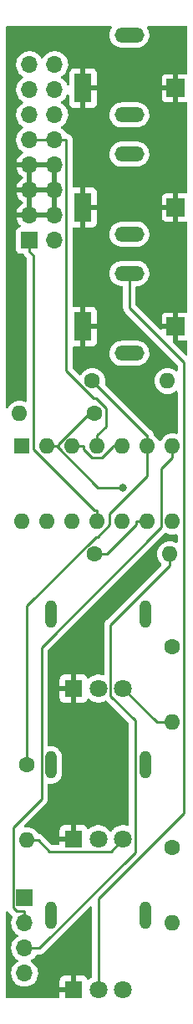
<source format=gbr>
%TF.GenerationSoftware,KiCad,Pcbnew,(6.0.0)*%
%TF.CreationDate,2022-02-22T23:17:02-05:00*%
%TF.ProjectId,LedController1,4c656443-6f6e-4747-926f-6c6c6572312e,rev?*%
%TF.SameCoordinates,Original*%
%TF.FileFunction,Copper,L2,Bot*%
%TF.FilePolarity,Positive*%
%FSLAX46Y46*%
G04 Gerber Fmt 4.6, Leading zero omitted, Abs format (unit mm)*
G04 Created by KiCad (PCBNEW (6.0.0)) date 2022-02-22 23:17:02*
%MOMM*%
%LPD*%
G01*
G04 APERTURE LIST*
%TA.AperFunction,ComponentPad*%
%ADD10R,1.600000X1.600000*%
%TD*%
%TA.AperFunction,ComponentPad*%
%ADD11O,1.600000X1.600000*%
%TD*%
%TA.AperFunction,ComponentPad*%
%ADD12O,1.200000X2.800000*%
%TD*%
%TA.AperFunction,ComponentPad*%
%ADD13R,1.800000X1.800000*%
%TD*%
%TA.AperFunction,ComponentPad*%
%ADD14C,1.800000*%
%TD*%
%TA.AperFunction,ComponentPad*%
%ADD15C,1.600000*%
%TD*%
%TA.AperFunction,ComponentPad*%
%ADD16R,1.700000X1.700000*%
%TD*%
%TA.AperFunction,ComponentPad*%
%ADD17O,1.700000X1.700000*%
%TD*%
%TA.AperFunction,ComponentPad*%
%ADD18R,1.750000X3.000000*%
%TD*%
%TA.AperFunction,ComponentPad*%
%ADD19R,1.850000X1.850000*%
%TD*%
%TA.AperFunction,ComponentPad*%
%ADD20O,3.000000X1.524000*%
%TD*%
%TA.AperFunction,ViaPad*%
%ADD21C,0.800000*%
%TD*%
%TA.AperFunction,Conductor*%
%ADD22C,0.250000*%
%TD*%
G04 APERTURE END LIST*
D10*
%TO.P,U1,1*%
%TO.N,Net-(J5-Pad1)*%
X2281000Y-43190000D03*
D11*
%TO.P,U1,8*%
%TO.N,Net-(J5-Pad3)*%
X17521000Y-50810000D03*
%TO.P,U1,2,-*%
%TO.N,Net-(R1-Pad1)*%
X4821000Y-43190000D03*
%TO.P,U1,9,-*%
%TO.N,Net-(R3-Pad1)*%
X14981000Y-50810000D03*
%TO.P,U1,3,+*%
%TO.N,+5V*%
X7361000Y-43190000D03*
%TO.P,U1,10,+*%
X12441000Y-50810000D03*
%TO.P,U1,4,V+*%
%TO.N,+12V*%
X9901000Y-43190000D03*
%TO.P,U1,11,V-*%
%TO.N,-12V*%
X9901000Y-50810000D03*
%TO.P,U1,5,+*%
%TO.N,+5V*%
X12441000Y-43190000D03*
%TO.P,U1,12*%
%TO.N,N/C*%
X7361000Y-50810000D03*
%TO.P,U1,6,-*%
%TO.N,Net-(R2-Pad1)*%
X14981000Y-43190000D03*
%TO.P,U1,13*%
%TO.N,N/C*%
X4821000Y-50810000D03*
%TO.P,U1,7*%
%TO.N,Net-(J5-Pad2)*%
X17521000Y-43190000D03*
%TO.P,U1,14*%
%TO.N,N/C*%
X2281000Y-50810000D03*
%TD*%
D12*
%TO.P,RV3,*%
%TO.N,*%
X14800000Y-90681000D03*
X5200000Y-90681000D03*
D13*
%TO.P,RV3,1,1*%
%TO.N,GND*%
X7500000Y-98181000D03*
D14*
%TO.P,RV3,2,2*%
%TO.N,Net-(J3-PadT)*%
X10000000Y-98181000D03*
%TO.P,RV3,3,3*%
%TO.N,/sheet5FE67A34/Signal*%
X12500000Y-98181000D03*
%TD*%
D12*
%TO.P,RV2,*%
%TO.N,*%
X14800000Y-75441000D03*
X5200000Y-75441000D03*
D13*
%TO.P,RV2,1,1*%
%TO.N,GND*%
X7500000Y-82941000D03*
D14*
%TO.P,RV2,2,2*%
%TO.N,Net-(J2-PadT)*%
X10000000Y-82941000D03*
%TO.P,RV2,3,3*%
%TO.N,/sheet5FE679DC/Signal*%
X12500000Y-82941000D03*
%TD*%
%TO.P,RV1,3,3*%
%TO.N,/InputSignal/Signal*%
X12500000Y-67701000D03*
%TO.P,RV1,2,2*%
%TO.N,Net-(J1-PadT)*%
X10000000Y-67701000D03*
D13*
%TO.P,RV1,1,1*%
%TO.N,GND*%
X7500000Y-67701000D03*
D12*
%TO.P,RV1,*%
%TO.N,*%
X5200000Y-60201000D03*
X14800000Y-60201000D03*
%TD*%
D15*
%TO.P,R6,1*%
%TO.N,Net-(R3-Pad1)*%
X9652000Y-54102000D03*
D11*
%TO.P,R6,2*%
%TO.N,Net-(J5-Pad3)*%
X17272000Y-54102000D03*
%TD*%
D15*
%TO.P,R5,1*%
%TO.N,Net-(R2-Pad1)*%
X9398000Y-36576000D03*
D11*
%TO.P,R5,2*%
%TO.N,Net-(J5-Pad2)*%
X17018000Y-36576000D03*
%TD*%
D15*
%TO.P,R4,1*%
%TO.N,Net-(R1-Pad1)*%
X9652000Y-39878000D03*
D11*
%TO.P,R4,2*%
%TO.N,Net-(J5-Pad1)*%
X2032000Y-39878000D03*
%TD*%
D15*
%TO.P,R3,1*%
%TO.N,Net-(R3-Pad1)*%
X17526000Y-83820000D03*
D11*
%TO.P,R3,2*%
%TO.N,/sheet5FE67A34/Signal*%
X17526000Y-91440000D03*
%TD*%
D15*
%TO.P,R2,1*%
%TO.N,Net-(R2-Pad1)*%
X2794000Y-75438000D03*
D11*
%TO.P,R2,2*%
%TO.N,/sheet5FE679DC/Signal*%
X2794000Y-83058000D03*
%TD*%
D15*
%TO.P,R1,1*%
%TO.N,Net-(R1-Pad1)*%
X17526000Y-63500000D03*
D11*
%TO.P,R1,2*%
%TO.N,/InputSignal/Signal*%
X17526000Y-71120000D03*
%TD*%
D16*
%TO.P,J4,1,Pin_1*%
%TO.N,-12V*%
X3043000Y-22337000D03*
D17*
%TO.P,J4,2,Pin_2*%
X5583000Y-22337000D03*
%TO.P,J4,3,Pin_3*%
%TO.N,GND*%
X3043000Y-19797000D03*
%TO.P,J4,4,Pin_4*%
X5583000Y-19797000D03*
%TO.P,J4,5,Pin_5*%
X3043000Y-17257000D03*
%TO.P,J4,6,Pin_6*%
X5583000Y-17257000D03*
%TO.P,J4,7,Pin_7*%
X3043000Y-14717000D03*
%TO.P,J4,8,Pin_8*%
X5583000Y-14717000D03*
%TO.P,J4,9,Pin_9*%
%TO.N,+12V*%
X3043000Y-12177000D03*
%TO.P,J4,10,Pin_10*%
X5583000Y-12177000D03*
%TO.P,J4,11,Pin_11*%
%TO.N,+5V*%
X3043000Y-9637000D03*
%TO.P,J4,12,Pin_12*%
X5583000Y-9637000D03*
%TO.P,J4,13,Pin_13*%
%TO.N,unconnected-(J4-Pad13)*%
X3043000Y-7097000D03*
%TO.P,J4,14,Pin_14*%
%TO.N,unconnected-(J4-Pad14)*%
X5583000Y-7097000D03*
%TO.P,J4,15,Pin_15*%
%TO.N,unconnected-(J4-Pad15)*%
X3043000Y-4557000D03*
%TO.P,J4,16,Pin_16*%
%TO.N,unconnected-(J4-Pad16)*%
X5583000Y-4557000D03*
%TD*%
D18*
%TO.P,J3,S*%
%TO.N,GND*%
X8460000Y-31080000D03*
D19*
X17860000Y-31080000D03*
D20*
%TO.P,J3,TN*%
%TO.N,N/C*%
X13160000Y-33780000D03*
%TO.P,J3,T*%
%TO.N,Net-(J3-PadT)*%
X13160000Y-25680000D03*
%TD*%
D18*
%TO.P,J2,S*%
%TO.N,GND*%
X8460000Y-19015000D03*
D19*
X17860000Y-19015000D03*
D20*
%TO.P,J2,TN*%
%TO.N,N/C*%
X13160000Y-21715000D03*
%TO.P,J2,T*%
%TO.N,Net-(J2-PadT)*%
X13160000Y-13615000D03*
%TD*%
D18*
%TO.P,J1,S*%
%TO.N,GND*%
X8460000Y-6950000D03*
D19*
X17860000Y-6950000D03*
D20*
%TO.P,J1,TN*%
%TO.N,N/C*%
X13160000Y-9650000D03*
%TO.P,J1,T*%
%TO.N,Net-(J1-PadT)*%
X13160000Y-1550000D03*
%TD*%
D17*
%TO.P,J5,4,Pin_4*%
%TO.N,+12V*%
X2540000Y-96520000D03*
%TO.P,J5,3,Pin_3*%
%TO.N,Net-(J5-Pad3)*%
X2540000Y-93980000D03*
%TO.P,J5,2,Pin_2*%
%TO.N,Net-(J5-Pad2)*%
X2540000Y-91440000D03*
D16*
%TO.P,J5,1,Pin_1*%
%TO.N,Net-(J5-Pad1)*%
X2540000Y-88900000D03*
%TD*%
D21*
%TO.N,Net-(R1-Pad1)*%
X12470200Y-47393000D03*
%TD*%
D22*
%TO.N,-12V*%
X9619700Y-49684700D02*
X9901000Y-49684700D01*
X3406400Y-43471400D02*
X9619700Y-49684700D01*
X3406400Y-23875700D02*
X3406400Y-43471400D01*
X3043000Y-23512300D02*
X3406400Y-23875700D01*
X3043000Y-22337000D02*
X3043000Y-23512300D01*
X9901000Y-50810000D02*
X9901000Y-49684700D01*
%TO.N,Net-(J5-Pad2)*%
X17521000Y-43190000D02*
X17521000Y-44315300D01*
X2540000Y-91440000D02*
X2540000Y-90264700D01*
X1731900Y-90264700D02*
X2540000Y-90264700D01*
X1364700Y-89897500D02*
X1731900Y-90264700D01*
X1364700Y-81768500D02*
X1364700Y-89897500D01*
X4256300Y-78876900D02*
X1364700Y-81768500D01*
X4256300Y-63532300D02*
X4256300Y-78876900D01*
X16395700Y-51392900D02*
X4256300Y-63532300D01*
X16395700Y-45440600D02*
X16395700Y-51392900D01*
X17521000Y-44315300D02*
X16395700Y-45440600D01*
%TO.N,Net-(J5-Pad3)*%
X11250000Y-61249300D02*
X17272000Y-55227300D01*
X11250000Y-68451200D02*
X11250000Y-61249300D01*
X13727800Y-70929000D02*
X11250000Y-68451200D01*
X13727800Y-84290900D02*
X13727800Y-70929000D01*
X4038700Y-93980000D02*
X13727800Y-84290900D01*
X2540000Y-93980000D02*
X4038700Y-93980000D01*
X17272000Y-54102000D02*
X17272000Y-55227300D01*
%TO.N,+12V*%
X6758300Y-35565900D02*
X6758300Y-12177000D01*
X9546400Y-38354000D02*
X6758300Y-35565900D01*
X9783100Y-38354000D02*
X9546400Y-38354000D01*
X10777400Y-39348300D02*
X9783100Y-38354000D01*
X10777400Y-41188300D02*
X10777400Y-39348300D01*
X9901000Y-42064700D02*
X10777400Y-41188300D01*
X9901000Y-43190000D02*
X9901000Y-42064700D01*
X6170700Y-12177000D02*
X6758300Y-12177000D01*
X6170700Y-12177000D02*
X5583000Y-12177000D01*
X5583000Y-12177000D02*
X3043000Y-12177000D01*
%TO.N,+5V*%
X12441000Y-43190000D02*
X11437800Y-43190000D01*
X8486300Y-43471400D02*
X8486300Y-43190000D01*
X9330200Y-44315300D02*
X8486300Y-43471400D01*
X10367300Y-44315300D02*
X9330200Y-44315300D01*
X11437800Y-43244800D02*
X10367300Y-44315300D01*
X11437800Y-43190000D02*
X11437800Y-43244800D01*
X7361000Y-43190000D02*
X8486300Y-43190000D01*
%TO.N,Net-(J3-PadT)*%
X10000000Y-88979700D02*
X10000000Y-98181000D01*
X18668400Y-80311300D02*
X10000000Y-88979700D01*
X18668400Y-34679100D02*
X18668400Y-80311300D01*
X13160000Y-29170700D02*
X18668400Y-34679100D01*
X13160000Y-25680000D02*
X13160000Y-29170700D01*
%TO.N,Net-(R3-Pad1)*%
X13855700Y-51091300D02*
X13855700Y-50810000D01*
X10845000Y-54102000D02*
X13855700Y-51091300D01*
X9652000Y-54102000D02*
X10845000Y-54102000D01*
X14981000Y-50810000D02*
X13855700Y-50810000D01*
%TO.N,Net-(R2-Pad1)*%
X14981000Y-46218400D02*
X14981000Y-43190000D01*
X11171000Y-50028400D02*
X14981000Y-46218400D01*
X11171000Y-51133500D02*
X11171000Y-50028400D01*
X9943900Y-52360600D02*
X11171000Y-51133500D01*
X9768500Y-52360600D02*
X9943900Y-52360600D01*
X2794000Y-59335100D02*
X9768500Y-52360600D01*
X2794000Y-75438000D02*
X2794000Y-59335100D01*
X14886700Y-42064700D02*
X14981000Y-42064700D01*
X9398000Y-36576000D02*
X14886700Y-42064700D01*
X14981000Y-43190000D02*
X14981000Y-42064700D01*
%TO.N,/sheet5FE679DC/Signal*%
X11269600Y-84171400D02*
X12500000Y-82941000D01*
X5032700Y-84171400D02*
X11269600Y-84171400D01*
X3919300Y-83058000D02*
X5032700Y-84171400D01*
X2794000Y-83058000D02*
X3919300Y-83058000D01*
%TO.N,Net-(R1-Pad1)*%
X5946300Y-42992900D02*
X5946300Y-43190000D01*
X9061200Y-39878000D02*
X5946300Y-42992900D01*
X9652000Y-39878000D02*
X9061200Y-39878000D01*
X9972400Y-47393000D02*
X5769400Y-43190000D01*
X12470200Y-47393000D02*
X9972400Y-47393000D01*
X4821000Y-43190000D02*
X5769400Y-43190000D01*
X5769400Y-43190000D02*
X5946300Y-43190000D01*
%TO.N,/InputSignal/Signal*%
X15919000Y-71120000D02*
X12500000Y-67701000D01*
X17526000Y-71120000D02*
X15919000Y-71120000D01*
%TD*%
%TA.AperFunction,Conductor*%
%TO.N,GND*%
G36*
X9284532Y-89734238D02*
G01*
X9341368Y-89776785D01*
X9366179Y-89843305D01*
X9366500Y-89852294D01*
X9366500Y-96846319D01*
X9346498Y-96914440D01*
X9298679Y-96958083D01*
X9246872Y-96985052D01*
X9225212Y-97001315D01*
X9098583Y-97096391D01*
X9061655Y-97124117D01*
X9061066Y-97123333D01*
X9001346Y-97151484D01*
X8930955Y-97142231D01*
X8876741Y-97096391D01*
X8863925Y-97071224D01*
X8853323Y-97042944D01*
X8844786Y-97027351D01*
X8768285Y-96925276D01*
X8755724Y-96912715D01*
X8653649Y-96836214D01*
X8638054Y-96827676D01*
X8517606Y-96782522D01*
X8502351Y-96778895D01*
X8451486Y-96773369D01*
X8444672Y-96773000D01*
X7772115Y-96773000D01*
X7756876Y-96777475D01*
X7755671Y-96778865D01*
X7754000Y-96786548D01*
X7754000Y-98309000D01*
X7733998Y-98377121D01*
X7680342Y-98423614D01*
X7628000Y-98435000D01*
X6110116Y-98435000D01*
X6094877Y-98439475D01*
X6093672Y-98440865D01*
X6092001Y-98448548D01*
X6092001Y-98934000D01*
X6071999Y-99002121D01*
X6018343Y-99048614D01*
X5966001Y-99060000D01*
X761000Y-99060000D01*
X692879Y-99039998D01*
X646386Y-98986342D01*
X635000Y-98934000D01*
X635000Y-97908885D01*
X6092000Y-97908885D01*
X6096475Y-97924124D01*
X6097865Y-97925329D01*
X6105548Y-97927000D01*
X7227885Y-97927000D01*
X7243124Y-97922525D01*
X7244329Y-97921135D01*
X7246000Y-97913452D01*
X7246000Y-96791116D01*
X7241525Y-96775877D01*
X7240135Y-96774672D01*
X7232452Y-96773001D01*
X6555331Y-96773001D01*
X6548510Y-96773371D01*
X6497648Y-96778895D01*
X6482396Y-96782521D01*
X6361946Y-96827676D01*
X6346351Y-96836214D01*
X6244276Y-96912715D01*
X6231715Y-96925276D01*
X6155214Y-97027351D01*
X6146676Y-97042946D01*
X6101522Y-97163394D01*
X6097895Y-97178649D01*
X6092369Y-97229514D01*
X6092000Y-97236328D01*
X6092000Y-97908885D01*
X635000Y-97908885D01*
X635000Y-90364984D01*
X655002Y-90296863D01*
X708658Y-90250370D01*
X778932Y-90240266D01*
X843512Y-90269760D01*
X857752Y-90284793D01*
X860158Y-90288862D01*
X874479Y-90303183D01*
X887319Y-90318216D01*
X899228Y-90334607D01*
X905334Y-90339658D01*
X933305Y-90362798D01*
X942084Y-90370788D01*
X1228243Y-90656947D01*
X1235787Y-90665237D01*
X1239900Y-90671718D01*
X1268231Y-90698322D01*
X1284212Y-90713330D01*
X1320178Y-90774543D01*
X1317339Y-90845483D01*
X1312247Y-90858230D01*
X1260688Y-90969305D01*
X1200989Y-91184570D01*
X1177251Y-91406695D01*
X1177548Y-91411848D01*
X1177548Y-91411851D01*
X1179171Y-91440000D01*
X1190110Y-91629715D01*
X1191247Y-91634761D01*
X1191248Y-91634767D01*
X1199955Y-91673402D01*
X1239222Y-91847639D01*
X1323266Y-92054616D01*
X1439987Y-92245088D01*
X1586250Y-92413938D01*
X1758126Y-92556632D01*
X1801586Y-92582028D01*
X1831445Y-92599476D01*
X1880169Y-92651114D01*
X1893240Y-92720897D01*
X1866509Y-92786669D01*
X1826055Y-92820027D01*
X1813607Y-92826507D01*
X1809474Y-92829610D01*
X1809471Y-92829612D01*
X1785247Y-92847800D01*
X1634965Y-92960635D01*
X1480629Y-93122138D01*
X1354743Y-93306680D01*
X1260688Y-93509305D01*
X1200989Y-93724570D01*
X1177251Y-93946695D01*
X1190110Y-94169715D01*
X1191247Y-94174761D01*
X1191248Y-94174767D01*
X1215304Y-94281508D01*
X1239222Y-94387639D01*
X1299014Y-94534890D01*
X1316662Y-94578351D01*
X1323266Y-94594616D01*
X1439987Y-94785088D01*
X1586250Y-94953938D01*
X1758126Y-95096632D01*
X1828595Y-95137811D01*
X1831445Y-95139476D01*
X1880169Y-95191114D01*
X1893240Y-95260897D01*
X1866509Y-95326669D01*
X1826055Y-95360027D01*
X1813607Y-95366507D01*
X1809474Y-95369610D01*
X1809471Y-95369612D01*
X1785247Y-95387800D01*
X1634965Y-95500635D01*
X1480629Y-95662138D01*
X1354743Y-95846680D01*
X1260688Y-96049305D01*
X1200989Y-96264570D01*
X1177251Y-96486695D01*
X1177548Y-96491848D01*
X1177548Y-96491851D01*
X1183011Y-96586590D01*
X1190110Y-96709715D01*
X1191247Y-96714761D01*
X1191248Y-96714767D01*
X1206518Y-96782521D01*
X1239222Y-96927639D01*
X1277461Y-97021811D01*
X1320521Y-97127855D01*
X1323266Y-97134616D01*
X1331074Y-97147358D01*
X1419444Y-97291564D01*
X1439987Y-97325088D01*
X1586250Y-97493938D01*
X1758126Y-97636632D01*
X1951000Y-97749338D01*
X2159692Y-97829030D01*
X2164760Y-97830061D01*
X2164763Y-97830062D01*
X2272017Y-97851883D01*
X2378597Y-97873567D01*
X2383772Y-97873757D01*
X2383774Y-97873757D01*
X2596673Y-97881564D01*
X2596677Y-97881564D01*
X2601837Y-97881753D01*
X2606957Y-97881097D01*
X2606959Y-97881097D01*
X2818288Y-97854025D01*
X2818289Y-97854025D01*
X2823416Y-97853368D01*
X2828366Y-97851883D01*
X3032429Y-97790661D01*
X3032434Y-97790659D01*
X3037384Y-97789174D01*
X3237994Y-97690896D01*
X3419860Y-97561173D01*
X3578096Y-97403489D01*
X3635927Y-97323009D01*
X3705435Y-97226277D01*
X3708453Y-97222077D01*
X3729917Y-97178649D01*
X3805136Y-97026453D01*
X3805137Y-97026451D01*
X3807430Y-97021811D01*
X3872370Y-96808069D01*
X3901529Y-96586590D01*
X3903156Y-96520000D01*
X3884852Y-96297361D01*
X3830431Y-96080702D01*
X3741354Y-95875840D01*
X3620014Y-95688277D01*
X3469670Y-95523051D01*
X3465619Y-95519852D01*
X3465615Y-95519848D01*
X3298414Y-95387800D01*
X3298410Y-95387798D01*
X3294359Y-95384598D01*
X3253053Y-95361796D01*
X3203084Y-95311364D01*
X3188312Y-95241921D01*
X3213428Y-95175516D01*
X3240780Y-95148909D01*
X3284603Y-95117650D01*
X3419860Y-95021173D01*
X3578096Y-94863489D01*
X3637594Y-94780689D01*
X3705435Y-94686277D01*
X3708453Y-94682077D01*
X3710746Y-94677437D01*
X3712446Y-94674608D01*
X3764674Y-94626518D01*
X3820451Y-94613500D01*
X3959933Y-94613500D01*
X3971116Y-94614027D01*
X3978609Y-94615702D01*
X3986535Y-94615453D01*
X3986536Y-94615453D01*
X4046686Y-94613562D01*
X4050645Y-94613500D01*
X4078556Y-94613500D01*
X4082491Y-94613003D01*
X4082556Y-94612995D01*
X4094393Y-94612062D01*
X4126651Y-94611048D01*
X4130670Y-94610922D01*
X4138589Y-94610673D01*
X4158043Y-94605021D01*
X4177400Y-94601013D01*
X4189630Y-94599468D01*
X4189631Y-94599468D01*
X4197497Y-94598474D01*
X4204868Y-94595555D01*
X4204870Y-94595555D01*
X4238612Y-94582196D01*
X4249842Y-94578351D01*
X4284683Y-94568229D01*
X4284684Y-94568229D01*
X4292293Y-94566018D01*
X4299112Y-94561985D01*
X4299117Y-94561983D01*
X4309728Y-94555707D01*
X4327476Y-94547012D01*
X4346317Y-94539552D01*
X4382087Y-94513564D01*
X4392007Y-94507048D01*
X4423235Y-94488580D01*
X4423238Y-94488578D01*
X4430062Y-94484542D01*
X4444383Y-94470221D01*
X4459417Y-94457380D01*
X4469394Y-94450131D01*
X4475807Y-94445472D01*
X4503998Y-94411395D01*
X4511988Y-94402616D01*
X9151405Y-89763199D01*
X9213717Y-89729173D01*
X9284532Y-89734238D01*
G37*
%TD.AperFunction*%
%TA.AperFunction,Conductor*%
G36*
X16848678Y-51939993D02*
G01*
X16863408Y-51946933D01*
X16864251Y-51947523D01*
X17071757Y-52044284D01*
X17077065Y-52045706D01*
X17077067Y-52045707D01*
X17287598Y-52102119D01*
X17287600Y-52102119D01*
X17292913Y-52103543D01*
X17521000Y-52123498D01*
X17749087Y-52103543D01*
X17754400Y-52102119D01*
X17754402Y-52102119D01*
X17876289Y-52069459D01*
X17947265Y-52071149D01*
X18006061Y-52110943D01*
X18034009Y-52176207D01*
X18034900Y-52191166D01*
X18034900Y-52816196D01*
X18014898Y-52884317D01*
X17961242Y-52930810D01*
X17890968Y-52940914D01*
X17855652Y-52930392D01*
X17721243Y-52867716D01*
X17715935Y-52866294D01*
X17715933Y-52866293D01*
X17505402Y-52809881D01*
X17505400Y-52809881D01*
X17500087Y-52808457D01*
X17272000Y-52788502D01*
X17043913Y-52808457D01*
X17038600Y-52809881D01*
X17038598Y-52809881D01*
X16828067Y-52866293D01*
X16828065Y-52866294D01*
X16822757Y-52867716D01*
X16817776Y-52870039D01*
X16817775Y-52870039D01*
X16620238Y-52962151D01*
X16620233Y-52962154D01*
X16615251Y-52964477D01*
X16532116Y-53022689D01*
X16432211Y-53092643D01*
X16432208Y-53092645D01*
X16427700Y-53095802D01*
X16265802Y-53257700D01*
X16134477Y-53445251D01*
X16132154Y-53450233D01*
X16132151Y-53450238D01*
X16040039Y-53647775D01*
X16037716Y-53652757D01*
X15978457Y-53873913D01*
X15958502Y-54102000D01*
X15978457Y-54330087D01*
X15979881Y-54335400D01*
X15979881Y-54335402D01*
X16032934Y-54533395D01*
X16037716Y-54551243D01*
X16040039Y-54556224D01*
X16040039Y-54556225D01*
X16132151Y-54753762D01*
X16132154Y-54753767D01*
X16134477Y-54758749D01*
X16265802Y-54946300D01*
X16372354Y-55052852D01*
X16406380Y-55115164D01*
X16401315Y-55185979D01*
X16372354Y-55231042D01*
X10857747Y-60745648D01*
X10849461Y-60753188D01*
X10842982Y-60757300D01*
X10837557Y-60763077D01*
X10796357Y-60806951D01*
X10793602Y-60809793D01*
X10773865Y-60829530D01*
X10771385Y-60832727D01*
X10763682Y-60841747D01*
X10733414Y-60873979D01*
X10729595Y-60880925D01*
X10729593Y-60880928D01*
X10723652Y-60891734D01*
X10712801Y-60908253D01*
X10700386Y-60924259D01*
X10697241Y-60931528D01*
X10697238Y-60931532D01*
X10682826Y-60964837D01*
X10677609Y-60975487D01*
X10656305Y-61014240D01*
X10654334Y-61021915D01*
X10654334Y-61021916D01*
X10651267Y-61033862D01*
X10644863Y-61052566D01*
X10636819Y-61071155D01*
X10635580Y-61078978D01*
X10635577Y-61078988D01*
X10629901Y-61114824D01*
X10627495Y-61126444D01*
X10616500Y-61169270D01*
X10616500Y-61189524D01*
X10614949Y-61209234D01*
X10611780Y-61229243D01*
X10612526Y-61237135D01*
X10615941Y-61273261D01*
X10616500Y-61285119D01*
X10616500Y-66246743D01*
X10596498Y-66314864D01*
X10542842Y-66361357D01*
X10472568Y-66371461D01*
X10448441Y-66365516D01*
X10365907Y-66336289D01*
X10365899Y-66336287D01*
X10361028Y-66334562D01*
X10355935Y-66333655D01*
X10355932Y-66333654D01*
X10138095Y-66294851D01*
X10138089Y-66294850D01*
X10133006Y-66293945D01*
X10055644Y-66293000D01*
X9906581Y-66291179D01*
X9906579Y-66291179D01*
X9901411Y-66291116D01*
X9672464Y-66326150D01*
X9452314Y-66398106D01*
X9447726Y-66400494D01*
X9447722Y-66400496D01*
X9251461Y-66502663D01*
X9246872Y-66505052D01*
X9242739Y-66508155D01*
X9242736Y-66508157D01*
X9065789Y-66641013D01*
X9061655Y-66644117D01*
X9061066Y-66643333D01*
X9001346Y-66671484D01*
X8930955Y-66662231D01*
X8876741Y-66616391D01*
X8863925Y-66591224D01*
X8853323Y-66562944D01*
X8844786Y-66547351D01*
X8768285Y-66445276D01*
X8755724Y-66432715D01*
X8653649Y-66356214D01*
X8638054Y-66347676D01*
X8517606Y-66302522D01*
X8502351Y-66298895D01*
X8451486Y-66293369D01*
X8444672Y-66293000D01*
X7772115Y-66293000D01*
X7756876Y-66297475D01*
X7755671Y-66298865D01*
X7754000Y-66306548D01*
X7754000Y-69090884D01*
X7758475Y-69106123D01*
X7759865Y-69107328D01*
X7767548Y-69108999D01*
X8444669Y-69108999D01*
X8451490Y-69108629D01*
X8502352Y-69103105D01*
X8517604Y-69099479D01*
X8638054Y-69054324D01*
X8653649Y-69045786D01*
X8755724Y-68969285D01*
X8768285Y-68956724D01*
X8844786Y-68854649D01*
X8853325Y-68839052D01*
X8865278Y-68807167D01*
X8907919Y-68750402D01*
X8974480Y-68725702D01*
X9043829Y-68740909D01*
X9063741Y-68754448D01*
X9189349Y-68858730D01*
X9389322Y-68975584D01*
X9605694Y-69058209D01*
X9610760Y-69059240D01*
X9610761Y-69059240D01*
X9663846Y-69070040D01*
X9832656Y-69104385D01*
X9963324Y-69109176D01*
X10058949Y-69112683D01*
X10058953Y-69112683D01*
X10064113Y-69112872D01*
X10069233Y-69112216D01*
X10069235Y-69112216D01*
X10168668Y-69099478D01*
X10293847Y-69083442D01*
X10298795Y-69081957D01*
X10298802Y-69081956D01*
X10510747Y-69018369D01*
X10515690Y-69016886D01*
X10612856Y-68969285D01*
X10706054Y-68923628D01*
X10776028Y-68911622D01*
X10841385Y-68939352D01*
X10850581Y-68947685D01*
X13057395Y-71154499D01*
X13091421Y-71216811D01*
X13094300Y-71243594D01*
X13094300Y-81478882D01*
X13074298Y-81547003D01*
X13020642Y-81593496D01*
X12950368Y-81603600D01*
X12926240Y-81597655D01*
X12865903Y-81576288D01*
X12865899Y-81576287D01*
X12861028Y-81574562D01*
X12855935Y-81573655D01*
X12855932Y-81573654D01*
X12638095Y-81534851D01*
X12638089Y-81534850D01*
X12633006Y-81533945D01*
X12555644Y-81533000D01*
X12406581Y-81531179D01*
X12406579Y-81531179D01*
X12401411Y-81531116D01*
X12172464Y-81566150D01*
X11952314Y-81638106D01*
X11947726Y-81640494D01*
X11947722Y-81640496D01*
X11855565Y-81688470D01*
X11746872Y-81745052D01*
X11742739Y-81748155D01*
X11742736Y-81748157D01*
X11565790Y-81881012D01*
X11561655Y-81884117D01*
X11529131Y-81918151D01*
X11463020Y-81987333D01*
X11401639Y-82051564D01*
X11354836Y-82120174D01*
X11299927Y-82165175D01*
X11229402Y-82173346D01*
X11165655Y-82142092D01*
X11144959Y-82117609D01*
X11122577Y-82083013D01*
X11122576Y-82083012D01*
X11119764Y-82078665D01*
X10963887Y-81907358D01*
X10959836Y-81904159D01*
X10959832Y-81904155D01*
X10786177Y-81767011D01*
X10786172Y-81767008D01*
X10782123Y-81763810D01*
X10777607Y-81761317D01*
X10777604Y-81761315D01*
X10583879Y-81654373D01*
X10583875Y-81654371D01*
X10579355Y-81651876D01*
X10574486Y-81650152D01*
X10574482Y-81650150D01*
X10365903Y-81576288D01*
X10365899Y-81576287D01*
X10361028Y-81574562D01*
X10355935Y-81573655D01*
X10355932Y-81573654D01*
X10138095Y-81534851D01*
X10138089Y-81534850D01*
X10133006Y-81533945D01*
X10055644Y-81533000D01*
X9906581Y-81531179D01*
X9906579Y-81531179D01*
X9901411Y-81531116D01*
X9672464Y-81566150D01*
X9452314Y-81638106D01*
X9447726Y-81640494D01*
X9447722Y-81640496D01*
X9355565Y-81688470D01*
X9246872Y-81745052D01*
X9242739Y-81748155D01*
X9242736Y-81748157D01*
X9065790Y-81881012D01*
X9061655Y-81884117D01*
X9061066Y-81883333D01*
X9001346Y-81911484D01*
X8930955Y-81902231D01*
X8876741Y-81856391D01*
X8863925Y-81831224D01*
X8853323Y-81802944D01*
X8844786Y-81787351D01*
X8768285Y-81685276D01*
X8755724Y-81672715D01*
X8653649Y-81596214D01*
X8638054Y-81587676D01*
X8517606Y-81542522D01*
X8502351Y-81538895D01*
X8451486Y-81533369D01*
X8444672Y-81533000D01*
X7772115Y-81533000D01*
X7756876Y-81537475D01*
X7755671Y-81538865D01*
X7754000Y-81546548D01*
X7754000Y-83069000D01*
X7733998Y-83137121D01*
X7680342Y-83183614D01*
X7628000Y-83195000D01*
X6110116Y-83195000D01*
X6094877Y-83199475D01*
X6093672Y-83200865D01*
X6092001Y-83208548D01*
X6092001Y-83411900D01*
X6071999Y-83480021D01*
X6018343Y-83526514D01*
X5966001Y-83537900D01*
X5347295Y-83537900D01*
X5279174Y-83517898D01*
X5258200Y-83500995D01*
X4426090Y-82668885D01*
X6092000Y-82668885D01*
X6096475Y-82684124D01*
X6097865Y-82685329D01*
X6105548Y-82687000D01*
X7227885Y-82687000D01*
X7243124Y-82682525D01*
X7244329Y-82681135D01*
X7246000Y-82673452D01*
X7246000Y-81551116D01*
X7241525Y-81535877D01*
X7240135Y-81534672D01*
X7232452Y-81533001D01*
X6555331Y-81533001D01*
X6548510Y-81533371D01*
X6497648Y-81538895D01*
X6482396Y-81542521D01*
X6361946Y-81587676D01*
X6346351Y-81596214D01*
X6244276Y-81672715D01*
X6231715Y-81685276D01*
X6155214Y-81787351D01*
X6146676Y-81802946D01*
X6101522Y-81923394D01*
X6097895Y-81938649D01*
X6092369Y-81989514D01*
X6092000Y-81996328D01*
X6092000Y-82668885D01*
X4426090Y-82668885D01*
X4422952Y-82665747D01*
X4415412Y-82657461D01*
X4411300Y-82650982D01*
X4361648Y-82604356D01*
X4358807Y-82601602D01*
X4339070Y-82581865D01*
X4335873Y-82579385D01*
X4326851Y-82571680D01*
X4300400Y-82546841D01*
X4294621Y-82541414D01*
X4287675Y-82537595D01*
X4287672Y-82537593D01*
X4276866Y-82531652D01*
X4260347Y-82520801D01*
X4256001Y-82517430D01*
X4244341Y-82508386D01*
X4237072Y-82505241D01*
X4237068Y-82505238D01*
X4203763Y-82490826D01*
X4193113Y-82485609D01*
X4154360Y-82464305D01*
X4134737Y-82459267D01*
X4116034Y-82452863D01*
X4104720Y-82447967D01*
X4104719Y-82447967D01*
X4097445Y-82444819D01*
X4089622Y-82443580D01*
X4089612Y-82443577D01*
X4053776Y-82437901D01*
X4042156Y-82435495D01*
X4007011Y-82426472D01*
X4007010Y-82426472D01*
X3999330Y-82424500D01*
X3996777Y-82424500D01*
X3933892Y-82397075D01*
X3911545Y-82372720D01*
X3904863Y-82363176D01*
X3841812Y-82273131D01*
X3803357Y-82218211D01*
X3803355Y-82218208D01*
X3800198Y-82213700D01*
X3638300Y-82051802D01*
X3633792Y-82048645D01*
X3633789Y-82048643D01*
X3476701Y-81938649D01*
X3450749Y-81920477D01*
X3445767Y-81918154D01*
X3445762Y-81918151D01*
X3248225Y-81826039D01*
X3248224Y-81826039D01*
X3243243Y-81823716D01*
X3237935Y-81822294D01*
X3237933Y-81822293D01*
X3027402Y-81765881D01*
X3027400Y-81765881D01*
X3022087Y-81764457D01*
X2794000Y-81744502D01*
X2580627Y-81763170D01*
X2511023Y-81749181D01*
X2460031Y-81699782D01*
X2443840Y-81630656D01*
X2467592Y-81563750D01*
X2480551Y-81548554D01*
X4648553Y-79380552D01*
X4656839Y-79373012D01*
X4663318Y-79368900D01*
X4709944Y-79319248D01*
X4712698Y-79316407D01*
X4732435Y-79296670D01*
X4734915Y-79293473D01*
X4742620Y-79284451D01*
X4767459Y-79258000D01*
X4772886Y-79252221D01*
X4776705Y-79245275D01*
X4776707Y-79245272D01*
X4782648Y-79234466D01*
X4793499Y-79217947D01*
X4801058Y-79208201D01*
X4805914Y-79201941D01*
X4809059Y-79194672D01*
X4809062Y-79194668D01*
X4823474Y-79161363D01*
X4828691Y-79150713D01*
X4849995Y-79111960D01*
X4855033Y-79092337D01*
X4861437Y-79073634D01*
X4866333Y-79062320D01*
X4866333Y-79062319D01*
X4869481Y-79055045D01*
X4870720Y-79047222D01*
X4870723Y-79047212D01*
X4876399Y-79011376D01*
X4878805Y-78999756D01*
X4887828Y-78964611D01*
X4887828Y-78964610D01*
X4889800Y-78956930D01*
X4889800Y-78936676D01*
X4891351Y-78916965D01*
X4893280Y-78904786D01*
X4894520Y-78896957D01*
X4890359Y-78852938D01*
X4889800Y-78841081D01*
X4889800Y-77461710D01*
X4909802Y-77393589D01*
X4963458Y-77347096D01*
X5033880Y-77337014D01*
X5139664Y-77352352D01*
X5139667Y-77352352D01*
X5145604Y-77353213D01*
X5356899Y-77343433D01*
X5509219Y-77306724D01*
X5556701Y-77295281D01*
X5556703Y-77295280D01*
X5562534Y-77293875D01*
X5567992Y-77291393D01*
X5567996Y-77291392D01*
X5683041Y-77239084D01*
X5755087Y-77206326D01*
X5927611Y-77083946D01*
X6073881Y-76931150D01*
X6188620Y-76753452D01*
X6220758Y-76673707D01*
X6265442Y-76562832D01*
X6265443Y-76562829D01*
X6267686Y-76557263D01*
X6308228Y-76349663D01*
X6308500Y-76344101D01*
X6308500Y-74588154D01*
X6293452Y-74430434D01*
X6233908Y-74227466D01*
X6137058Y-74039420D01*
X6006396Y-73873080D01*
X6001865Y-73869148D01*
X6001862Y-73869145D01*
X5851167Y-73738379D01*
X5846637Y-73734448D01*
X5841451Y-73731448D01*
X5841447Y-73731445D01*
X5668742Y-73631533D01*
X5663546Y-73628527D01*
X5463729Y-73559139D01*
X5457794Y-73558278D01*
X5457792Y-73558278D01*
X5260336Y-73529648D01*
X5260333Y-73529648D01*
X5254396Y-73528787D01*
X5043101Y-73538567D01*
X5037273Y-73539972D01*
X5033552Y-73540501D01*
X4963292Y-73530296D01*
X4909704Y-73483726D01*
X4889800Y-73415758D01*
X4889800Y-68645669D01*
X6092001Y-68645669D01*
X6092371Y-68652490D01*
X6097895Y-68703352D01*
X6101521Y-68718604D01*
X6146676Y-68839054D01*
X6155214Y-68854649D01*
X6231715Y-68956724D01*
X6244276Y-68969285D01*
X6346351Y-69045786D01*
X6361946Y-69054324D01*
X6482394Y-69099478D01*
X6497649Y-69103105D01*
X6548514Y-69108631D01*
X6555328Y-69109000D01*
X7227885Y-69109000D01*
X7243124Y-69104525D01*
X7244329Y-69103135D01*
X7246000Y-69095452D01*
X7246000Y-67973115D01*
X7241525Y-67957876D01*
X7240135Y-67956671D01*
X7232452Y-67955000D01*
X6110116Y-67955000D01*
X6094877Y-67959475D01*
X6093672Y-67960865D01*
X6092001Y-67968548D01*
X6092001Y-68645669D01*
X4889800Y-68645669D01*
X4889800Y-67428885D01*
X6092000Y-67428885D01*
X6096475Y-67444124D01*
X6097865Y-67445329D01*
X6105548Y-67447000D01*
X7227885Y-67447000D01*
X7243124Y-67442525D01*
X7244329Y-67441135D01*
X7246000Y-67433452D01*
X7246000Y-66311116D01*
X7241525Y-66295877D01*
X7240135Y-66294672D01*
X7232452Y-66293001D01*
X6555331Y-66293001D01*
X6548510Y-66293371D01*
X6497648Y-66298895D01*
X6482396Y-66302521D01*
X6361946Y-66347676D01*
X6346351Y-66356214D01*
X6244276Y-66432715D01*
X6231715Y-66445276D01*
X6155214Y-66547351D01*
X6146676Y-66562946D01*
X6101522Y-66683394D01*
X6097895Y-66698649D01*
X6092369Y-66749514D01*
X6092000Y-66756328D01*
X6092000Y-67428885D01*
X4889800Y-67428885D01*
X4889800Y-63846894D01*
X4909802Y-63778773D01*
X4926705Y-63757799D01*
X16715551Y-51968954D01*
X16777863Y-51934928D01*
X16848678Y-51939993D01*
G37*
%TD.AperFunction*%
%TA.AperFunction,Conductor*%
G36*
X11337699Y-655002D02*
G01*
X11384192Y-708658D01*
X11394296Y-778932D01*
X11374160Y-831276D01*
X11307279Y-930805D01*
X11307276Y-930810D01*
X11304153Y-935458D01*
X11212993Y-1143124D01*
X11211683Y-1148581D01*
X11161360Y-1358192D01*
X11161359Y-1358198D01*
X11160050Y-1363651D01*
X11146994Y-1590069D01*
X11174241Y-1815219D01*
X11240927Y-2031987D01*
X11344946Y-2233519D01*
X11483009Y-2413447D01*
X11573850Y-2496106D01*
X11646605Y-2562308D01*
X11646608Y-2562310D01*
X11650752Y-2566081D01*
X11655503Y-2569062D01*
X11655504Y-2569062D01*
X11838118Y-2683616D01*
X11838122Y-2683618D01*
X11842874Y-2686599D01*
X12053301Y-2771190D01*
X12275382Y-2817181D01*
X12279993Y-2817447D01*
X12279994Y-2817447D01*
X12331121Y-2820395D01*
X12331125Y-2820395D01*
X12332944Y-2820500D01*
X13955535Y-2820500D01*
X13958322Y-2820251D01*
X13958328Y-2820251D01*
X14028506Y-2813987D01*
X14123895Y-2805474D01*
X14342651Y-2745630D01*
X14347709Y-2743218D01*
X14347713Y-2743216D01*
X14542284Y-2650410D01*
X14542285Y-2650409D01*
X14547351Y-2647993D01*
X14551913Y-2644715D01*
X14726966Y-2518926D01*
X14726968Y-2518924D01*
X14731526Y-2515649D01*
X14889355Y-2352783D01*
X14972845Y-2228536D01*
X15012721Y-2169195D01*
X15012724Y-2169190D01*
X15015847Y-2164542D01*
X15107007Y-1956876D01*
X15139728Y-1820583D01*
X15158640Y-1741808D01*
X15158641Y-1741802D01*
X15159950Y-1736349D01*
X15173006Y-1509931D01*
X15145759Y-1284781D01*
X15079073Y-1068013D01*
X14975054Y-866481D01*
X14971640Y-862032D01*
X14971637Y-862027D01*
X14952973Y-837703D01*
X14927373Y-771483D01*
X14941638Y-701934D01*
X14991240Y-651138D01*
X15052936Y-635000D01*
X18924000Y-635000D01*
X18992121Y-655002D01*
X19038614Y-708658D01*
X19050000Y-761000D01*
X19050000Y-5402096D01*
X19029998Y-5470217D01*
X18976342Y-5516710D01*
X18906068Y-5526814D01*
X18894850Y-5524678D01*
X18887350Y-5522894D01*
X18836486Y-5517369D01*
X18829672Y-5517000D01*
X18132115Y-5517000D01*
X18116876Y-5521475D01*
X18115671Y-5522865D01*
X18114000Y-5530548D01*
X18114000Y-8364884D01*
X18118475Y-8380123D01*
X18119865Y-8381328D01*
X18127548Y-8382999D01*
X18829669Y-8382999D01*
X18836490Y-8382629D01*
X18887350Y-8377105D01*
X18894855Y-8375321D01*
X18965755Y-8379024D01*
X19023398Y-8420470D01*
X19049483Y-8486501D01*
X19050000Y-8497904D01*
X19050000Y-17467096D01*
X19029998Y-17535217D01*
X18976342Y-17581710D01*
X18906068Y-17591814D01*
X18894850Y-17589678D01*
X18887350Y-17587894D01*
X18836486Y-17582369D01*
X18829672Y-17582000D01*
X18132115Y-17582000D01*
X18116876Y-17586475D01*
X18115671Y-17587865D01*
X18114000Y-17595548D01*
X18114000Y-20429884D01*
X18118475Y-20445123D01*
X18119865Y-20446328D01*
X18127548Y-20447999D01*
X18829669Y-20447999D01*
X18836490Y-20447629D01*
X18887350Y-20442105D01*
X18894855Y-20440321D01*
X18965755Y-20444024D01*
X19023398Y-20485470D01*
X19049483Y-20551501D01*
X19050000Y-20562904D01*
X19050000Y-29532096D01*
X19029998Y-29600217D01*
X18976342Y-29646710D01*
X18906068Y-29656814D01*
X18894850Y-29654678D01*
X18887350Y-29652894D01*
X18836486Y-29647369D01*
X18829672Y-29647000D01*
X18132115Y-29647000D01*
X18116876Y-29651475D01*
X18115671Y-29652865D01*
X18114000Y-29660548D01*
X18114000Y-32494884D01*
X18118475Y-32510123D01*
X18119865Y-32511328D01*
X18127548Y-32512999D01*
X18829669Y-32512999D01*
X18836490Y-32512629D01*
X18887350Y-32507105D01*
X18894855Y-32505321D01*
X18965755Y-32509024D01*
X19023398Y-32550470D01*
X19049483Y-32616501D01*
X19050000Y-32627904D01*
X19050000Y-33860606D01*
X19029998Y-33928727D01*
X18976342Y-33975220D01*
X18906068Y-33985324D01*
X18841488Y-33955830D01*
X18834905Y-33949701D01*
X17588866Y-32703662D01*
X17554840Y-32641350D01*
X17559905Y-32570535D01*
X17582736Y-32532055D01*
X17604329Y-32507135D01*
X17606000Y-32499452D01*
X17606000Y-31352115D01*
X17601525Y-31336876D01*
X17600135Y-31335671D01*
X17592452Y-31334000D01*
X16445116Y-31334000D01*
X16429877Y-31338474D01*
X16422777Y-31346669D01*
X16363051Y-31385053D01*
X16292055Y-31385053D01*
X16238457Y-31353252D01*
X15693090Y-30807885D01*
X16427000Y-30807885D01*
X16431475Y-30823124D01*
X16432865Y-30824329D01*
X16440548Y-30826000D01*
X17587885Y-30826000D01*
X17603124Y-30821525D01*
X17604329Y-30820135D01*
X17606000Y-30812452D01*
X17606000Y-29665116D01*
X17601525Y-29649877D01*
X17600135Y-29648672D01*
X17592452Y-29647001D01*
X16890331Y-29647001D01*
X16883510Y-29647371D01*
X16832648Y-29652895D01*
X16817396Y-29656521D01*
X16696946Y-29701676D01*
X16681351Y-29710214D01*
X16579276Y-29786715D01*
X16566715Y-29799276D01*
X16490214Y-29901351D01*
X16481676Y-29916946D01*
X16436522Y-30037394D01*
X16432895Y-30052649D01*
X16427369Y-30103514D01*
X16427000Y-30110328D01*
X16427000Y-30807885D01*
X15693090Y-30807885D01*
X13830405Y-28945200D01*
X13796379Y-28882888D01*
X13793500Y-28856105D01*
X13793500Y-27076500D01*
X13813502Y-27008379D01*
X13867158Y-26961886D01*
X13919500Y-26950500D01*
X13955535Y-26950500D01*
X13958322Y-26950251D01*
X13958328Y-26950251D01*
X14028506Y-26943987D01*
X14123895Y-26935474D01*
X14342651Y-26875630D01*
X14347709Y-26873218D01*
X14347713Y-26873216D01*
X14542284Y-26780410D01*
X14542285Y-26780409D01*
X14547351Y-26777993D01*
X14551913Y-26774715D01*
X14726966Y-26648926D01*
X14726968Y-26648924D01*
X14731526Y-26645649D01*
X14889355Y-26482783D01*
X14972845Y-26358536D01*
X15012721Y-26299195D01*
X15012724Y-26299190D01*
X15015847Y-26294542D01*
X15107007Y-26086876D01*
X15139728Y-25950583D01*
X15158640Y-25871808D01*
X15158641Y-25871802D01*
X15159950Y-25866349D01*
X15173006Y-25639931D01*
X15145759Y-25414781D01*
X15079073Y-25198013D01*
X14975054Y-24996481D01*
X14836991Y-24816553D01*
X14721071Y-24711074D01*
X14673395Y-24667692D01*
X14673392Y-24667690D01*
X14669248Y-24663919D01*
X14543895Y-24585285D01*
X14481882Y-24546384D01*
X14481878Y-24546382D01*
X14477126Y-24543401D01*
X14266699Y-24458810D01*
X14044618Y-24412819D01*
X14040007Y-24412553D01*
X14040006Y-24412553D01*
X13988879Y-24409605D01*
X13988875Y-24409605D01*
X13987056Y-24409500D01*
X12364465Y-24409500D01*
X12361678Y-24409749D01*
X12361672Y-24409749D01*
X12291494Y-24416013D01*
X12196105Y-24424526D01*
X11977349Y-24484370D01*
X11972291Y-24486782D01*
X11972287Y-24486784D01*
X11847334Y-24546384D01*
X11772649Y-24582007D01*
X11768088Y-24585284D01*
X11768087Y-24585285D01*
X11662806Y-24660938D01*
X11588474Y-24714351D01*
X11430645Y-24877217D01*
X11427518Y-24881871D01*
X11307279Y-25060805D01*
X11307276Y-25060810D01*
X11304153Y-25065458D01*
X11212993Y-25273124D01*
X11211683Y-25278581D01*
X11161360Y-25488192D01*
X11161359Y-25488198D01*
X11160050Y-25493651D01*
X11146994Y-25720069D01*
X11174241Y-25945219D01*
X11240927Y-26161987D01*
X11344946Y-26363519D01*
X11483009Y-26543447D01*
X11573850Y-26626106D01*
X11646605Y-26692308D01*
X11646608Y-26692310D01*
X11650752Y-26696081D01*
X11655503Y-26699062D01*
X11655504Y-26699062D01*
X11838118Y-26813616D01*
X11838122Y-26813618D01*
X11842874Y-26816599D01*
X12053301Y-26901190D01*
X12275382Y-26947181D01*
X12279993Y-26947447D01*
X12279994Y-26947447D01*
X12331121Y-26950395D01*
X12331125Y-26950395D01*
X12332944Y-26950500D01*
X12400500Y-26950500D01*
X12468621Y-26970502D01*
X12515114Y-27024158D01*
X12526500Y-27076500D01*
X12526500Y-29091933D01*
X12525973Y-29103116D01*
X12524298Y-29110609D01*
X12524547Y-29118535D01*
X12524547Y-29118536D01*
X12526438Y-29178686D01*
X12526500Y-29182645D01*
X12526500Y-29210556D01*
X12526997Y-29214490D01*
X12526997Y-29214491D01*
X12527005Y-29214556D01*
X12527938Y-29226393D01*
X12529327Y-29270589D01*
X12534978Y-29290039D01*
X12538987Y-29309400D01*
X12541526Y-29329497D01*
X12544445Y-29336868D01*
X12544445Y-29336870D01*
X12557804Y-29370612D01*
X12561649Y-29381842D01*
X12573982Y-29424293D01*
X12578015Y-29431112D01*
X12578017Y-29431117D01*
X12584293Y-29441728D01*
X12592988Y-29459476D01*
X12600448Y-29478317D01*
X12605110Y-29484733D01*
X12605110Y-29484734D01*
X12626436Y-29514087D01*
X12632952Y-29524007D01*
X12655458Y-29562062D01*
X12669779Y-29576383D01*
X12682619Y-29591416D01*
X12694528Y-29607807D01*
X12700634Y-29612858D01*
X12728605Y-29635998D01*
X12737384Y-29643988D01*
X17997995Y-34904600D01*
X18032021Y-34966912D01*
X18034900Y-34993695D01*
X18034900Y-35448614D01*
X18014898Y-35516735D01*
X17961242Y-35563228D01*
X17890968Y-35573332D01*
X17836629Y-35551827D01*
X17674749Y-35438477D01*
X17669767Y-35436154D01*
X17669762Y-35436151D01*
X17472225Y-35344039D01*
X17472224Y-35344039D01*
X17467243Y-35341716D01*
X17461935Y-35340294D01*
X17461933Y-35340293D01*
X17251402Y-35283881D01*
X17251400Y-35283881D01*
X17246087Y-35282457D01*
X17018000Y-35262502D01*
X16789913Y-35282457D01*
X16784600Y-35283881D01*
X16784598Y-35283881D01*
X16574067Y-35340293D01*
X16574065Y-35340294D01*
X16568757Y-35341716D01*
X16563776Y-35344039D01*
X16563775Y-35344039D01*
X16366238Y-35436151D01*
X16366233Y-35436154D01*
X16361251Y-35438477D01*
X16265091Y-35505809D01*
X16178211Y-35566643D01*
X16178208Y-35566645D01*
X16173700Y-35569802D01*
X16011802Y-35731700D01*
X15880477Y-35919251D01*
X15878154Y-35924233D01*
X15878151Y-35924238D01*
X15786039Y-36121775D01*
X15783716Y-36126757D01*
X15724457Y-36347913D01*
X15704502Y-36576000D01*
X15724457Y-36804087D01*
X15725881Y-36809400D01*
X15725881Y-36809402D01*
X15757375Y-36926936D01*
X15783716Y-37025243D01*
X15786039Y-37030224D01*
X15786039Y-37030225D01*
X15878151Y-37227762D01*
X15878154Y-37227767D01*
X15880477Y-37232749D01*
X16011802Y-37420300D01*
X16173700Y-37582198D01*
X16178208Y-37585355D01*
X16178211Y-37585357D01*
X16199371Y-37600173D01*
X16361251Y-37713523D01*
X16366233Y-37715846D01*
X16366238Y-37715849D01*
X16563775Y-37807961D01*
X16568757Y-37810284D01*
X16574065Y-37811706D01*
X16574067Y-37811707D01*
X16784598Y-37868119D01*
X16784600Y-37868119D01*
X16789913Y-37869543D01*
X17018000Y-37889498D01*
X17246087Y-37869543D01*
X17251400Y-37868119D01*
X17251402Y-37868119D01*
X17461933Y-37811707D01*
X17461935Y-37811706D01*
X17467243Y-37810284D01*
X17472225Y-37807961D01*
X17669762Y-37715849D01*
X17669767Y-37715846D01*
X17674749Y-37713523D01*
X17836629Y-37600173D01*
X17903903Y-37577485D01*
X17972764Y-37594770D01*
X18021348Y-37646540D01*
X18034900Y-37703386D01*
X18034900Y-41808834D01*
X18014898Y-41876955D01*
X17961242Y-41923448D01*
X17890968Y-41933552D01*
X17876289Y-41930541D01*
X17754402Y-41897881D01*
X17754400Y-41897881D01*
X17749087Y-41896457D01*
X17521000Y-41876502D01*
X17292913Y-41896457D01*
X17287600Y-41897881D01*
X17287598Y-41897881D01*
X17077067Y-41954293D01*
X17077065Y-41954294D01*
X17071757Y-41955716D01*
X17066776Y-41958039D01*
X17066775Y-41958039D01*
X16869238Y-42050151D01*
X16869233Y-42050154D01*
X16864251Y-42052477D01*
X16835720Y-42072455D01*
X16681211Y-42180643D01*
X16681208Y-42180645D01*
X16676700Y-42183802D01*
X16514802Y-42345700D01*
X16383477Y-42533251D01*
X16381154Y-42538233D01*
X16381151Y-42538238D01*
X16365195Y-42572457D01*
X16318278Y-42625742D01*
X16250001Y-42645203D01*
X16182041Y-42624661D01*
X16136805Y-42572457D01*
X16120849Y-42538238D01*
X16120846Y-42538233D01*
X16118523Y-42533251D01*
X15987198Y-42345700D01*
X15825300Y-42183802D01*
X15820792Y-42180645D01*
X15820789Y-42180643D01*
X15663607Y-42070583D01*
X15619279Y-42015126D01*
X15610127Y-41975282D01*
X15608723Y-41952963D01*
X15608723Y-41952962D01*
X15608225Y-41945050D01*
X15605679Y-41937213D01*
X15600506Y-41914069D01*
X15600468Y-41913765D01*
X15600467Y-41913760D01*
X15599474Y-41905903D01*
X15596558Y-41898538D01*
X15596557Y-41898534D01*
X15578801Y-41853689D01*
X15576129Y-41846270D01*
X15558764Y-41792825D01*
X15554514Y-41786128D01*
X15554350Y-41785869D01*
X15543585Y-41764742D01*
X15543471Y-41764454D01*
X15543468Y-41764449D01*
X15540552Y-41757083D01*
X15535896Y-41750675D01*
X15535893Y-41750669D01*
X15507542Y-41711648D01*
X15503092Y-41705101D01*
X15473000Y-41657682D01*
X15466993Y-41652041D01*
X15451312Y-41634254D01*
X15451134Y-41634009D01*
X15451132Y-41634007D01*
X15446472Y-41627593D01*
X15426263Y-41610874D01*
X15403204Y-41591797D01*
X15397270Y-41586566D01*
X15362102Y-41553542D01*
X15362099Y-41553540D01*
X15356321Y-41548114D01*
X15349097Y-41544142D01*
X15329494Y-41530819D01*
X15329254Y-41530620D01*
X15329247Y-41530616D01*
X15323144Y-41525567D01*
X15272324Y-41501653D01*
X15265292Y-41498071D01*
X15216060Y-41471005D01*
X15208381Y-41469033D01*
X15201008Y-41466114D01*
X15201883Y-41463903D01*
X15155155Y-41437251D01*
X10707152Y-36989248D01*
X10673126Y-36926936D01*
X10674541Y-36867541D01*
X10690118Y-36809409D01*
X10690120Y-36809398D01*
X10691543Y-36804087D01*
X10711498Y-36576000D01*
X10691543Y-36347913D01*
X10632284Y-36126757D01*
X10629961Y-36121775D01*
X10537849Y-35924238D01*
X10537846Y-35924233D01*
X10535523Y-35919251D01*
X10404198Y-35731700D01*
X10242300Y-35569802D01*
X10237792Y-35566645D01*
X10237789Y-35566643D01*
X10150909Y-35505809D01*
X10054749Y-35438477D01*
X10049767Y-35436154D01*
X10049762Y-35436151D01*
X9852225Y-35344039D01*
X9852224Y-35344039D01*
X9847243Y-35341716D01*
X9841935Y-35340294D01*
X9841933Y-35340293D01*
X9631402Y-35283881D01*
X9631400Y-35283881D01*
X9626087Y-35282457D01*
X9398000Y-35262502D01*
X9169913Y-35282457D01*
X9164600Y-35283881D01*
X9164598Y-35283881D01*
X8954067Y-35340293D01*
X8954065Y-35340294D01*
X8948757Y-35341716D01*
X8943776Y-35344039D01*
X8943775Y-35344039D01*
X8746238Y-35436151D01*
X8746233Y-35436154D01*
X8741251Y-35438477D01*
X8645091Y-35505809D01*
X8558211Y-35566643D01*
X8558208Y-35566645D01*
X8553700Y-35569802D01*
X8391802Y-35731700D01*
X8388645Y-35736208D01*
X8388643Y-35736211D01*
X8325550Y-35826317D01*
X8260477Y-35919251D01*
X8258154Y-35924233D01*
X8256092Y-35928655D01*
X8209173Y-35981939D01*
X8140896Y-36001399D01*
X8072936Y-35980856D01*
X8052803Y-35964498D01*
X7428705Y-35340400D01*
X7394679Y-35278088D01*
X7391800Y-35251305D01*
X7391800Y-33820069D01*
X11146994Y-33820069D01*
X11174241Y-34045219D01*
X11240927Y-34261987D01*
X11344946Y-34463519D01*
X11483009Y-34643447D01*
X11511248Y-34669142D01*
X11646605Y-34792308D01*
X11646608Y-34792310D01*
X11650752Y-34796081D01*
X11655503Y-34799062D01*
X11655504Y-34799062D01*
X11838118Y-34913616D01*
X11838122Y-34913618D01*
X11842874Y-34916599D01*
X12053301Y-35001190D01*
X12275382Y-35047181D01*
X12279993Y-35047447D01*
X12279994Y-35047447D01*
X12331121Y-35050395D01*
X12331125Y-35050395D01*
X12332944Y-35050500D01*
X13955535Y-35050500D01*
X13958322Y-35050251D01*
X13958328Y-35050251D01*
X14028506Y-35043987D01*
X14123895Y-35035474D01*
X14342651Y-34975630D01*
X14347709Y-34973218D01*
X14347713Y-34973216D01*
X14542284Y-34880410D01*
X14542285Y-34880409D01*
X14547351Y-34877993D01*
X14551913Y-34874715D01*
X14726966Y-34748926D01*
X14726968Y-34748924D01*
X14731526Y-34745649D01*
X14889355Y-34582783D01*
X14972845Y-34458536D01*
X15012721Y-34399195D01*
X15012724Y-34399190D01*
X15015847Y-34394542D01*
X15025970Y-34371483D01*
X15104750Y-34192017D01*
X15107007Y-34186876D01*
X15139728Y-34050583D01*
X15158640Y-33971808D01*
X15158641Y-33971802D01*
X15159950Y-33966349D01*
X15173006Y-33739931D01*
X15145759Y-33514781D01*
X15079073Y-33298013D01*
X14975054Y-33096481D01*
X14968088Y-33087402D01*
X14926592Y-33033324D01*
X14836991Y-32916553D01*
X14721071Y-32811074D01*
X14673395Y-32767692D01*
X14673392Y-32767690D01*
X14669248Y-32763919D01*
X14664496Y-32760938D01*
X14481882Y-32646384D01*
X14481878Y-32646382D01*
X14477126Y-32643401D01*
X14266699Y-32558810D01*
X14044618Y-32512819D01*
X14040007Y-32512553D01*
X14040006Y-32512553D01*
X13988879Y-32509605D01*
X13988875Y-32509605D01*
X13987056Y-32509500D01*
X12364465Y-32509500D01*
X12361678Y-32509749D01*
X12361672Y-32509749D01*
X12291494Y-32516013D01*
X12196105Y-32524526D01*
X11977349Y-32584370D01*
X11972291Y-32586782D01*
X11972287Y-32586784D01*
X11847334Y-32646384D01*
X11772649Y-32682007D01*
X11768088Y-32685284D01*
X11768087Y-32685285D01*
X11662806Y-32760938D01*
X11588474Y-32814351D01*
X11430645Y-32977217D01*
X11427518Y-32981871D01*
X11307279Y-33160805D01*
X11307276Y-33160810D01*
X11304153Y-33165458D01*
X11212993Y-33373124D01*
X11211683Y-33378581D01*
X11161360Y-33588192D01*
X11161359Y-33588198D01*
X11160050Y-33593651D01*
X11146994Y-33820069D01*
X7391800Y-33820069D01*
X7391800Y-33212665D01*
X7411802Y-33144544D01*
X7465458Y-33098051D01*
X7530108Y-33087613D01*
X7530117Y-33087447D01*
X7530878Y-33087488D01*
X7531412Y-33087402D01*
X7533524Y-33087632D01*
X7540328Y-33088000D01*
X8187885Y-33088000D01*
X8203124Y-33083525D01*
X8204329Y-33082135D01*
X8206000Y-33074452D01*
X8206000Y-33069884D01*
X8714000Y-33069884D01*
X8718475Y-33085123D01*
X8719865Y-33086328D01*
X8727548Y-33087999D01*
X9379669Y-33087999D01*
X9386490Y-33087629D01*
X9437352Y-33082105D01*
X9452604Y-33078479D01*
X9573054Y-33033324D01*
X9588649Y-33024786D01*
X9690724Y-32948285D01*
X9703285Y-32935724D01*
X9779786Y-32833649D01*
X9788324Y-32818054D01*
X9833478Y-32697606D01*
X9837105Y-32682351D01*
X9842631Y-32631486D01*
X9843000Y-32624672D01*
X9843000Y-31352115D01*
X9838525Y-31336876D01*
X9837135Y-31335671D01*
X9829452Y-31334000D01*
X8732115Y-31334000D01*
X8716876Y-31338475D01*
X8715671Y-31339865D01*
X8714000Y-31347548D01*
X8714000Y-33069884D01*
X8206000Y-33069884D01*
X8206000Y-30807885D01*
X8714000Y-30807885D01*
X8718475Y-30823124D01*
X8719865Y-30824329D01*
X8727548Y-30826000D01*
X9824884Y-30826000D01*
X9840123Y-30821525D01*
X9841328Y-30820135D01*
X9842999Y-30812452D01*
X9842999Y-29535331D01*
X9842629Y-29528510D01*
X9837105Y-29477648D01*
X9833479Y-29462396D01*
X9788324Y-29341946D01*
X9779786Y-29326351D01*
X9703285Y-29224276D01*
X9690724Y-29211715D01*
X9588649Y-29135214D01*
X9573054Y-29126676D01*
X9452606Y-29081522D01*
X9437351Y-29077895D01*
X9386486Y-29072369D01*
X9379672Y-29072000D01*
X8732115Y-29072000D01*
X8716876Y-29076475D01*
X8715671Y-29077865D01*
X8714000Y-29085548D01*
X8714000Y-30807885D01*
X8206000Y-30807885D01*
X8206000Y-29090116D01*
X8201525Y-29074877D01*
X8200135Y-29073672D01*
X8192452Y-29072001D01*
X7540331Y-29072001D01*
X7533521Y-29072370D01*
X7531402Y-29072600D01*
X7530908Y-29072511D01*
X7530123Y-29072554D01*
X7530113Y-29072369D01*
X7461520Y-29060068D01*
X7409507Y-29011745D01*
X7391800Y-28947336D01*
X7391800Y-21755069D01*
X11146994Y-21755069D01*
X11174241Y-21980219D01*
X11240927Y-22196987D01*
X11344946Y-22398519D01*
X11483009Y-22578447D01*
X11573850Y-22661106D01*
X11646605Y-22727308D01*
X11646608Y-22727310D01*
X11650752Y-22731081D01*
X11655503Y-22734062D01*
X11655504Y-22734062D01*
X11838118Y-22848616D01*
X11838122Y-22848618D01*
X11842874Y-22851599D01*
X12053301Y-22936190D01*
X12275382Y-22982181D01*
X12279993Y-22982447D01*
X12279994Y-22982447D01*
X12331121Y-22985395D01*
X12331125Y-22985395D01*
X12332944Y-22985500D01*
X13955535Y-22985500D01*
X13958322Y-22985251D01*
X13958328Y-22985251D01*
X14028506Y-22978987D01*
X14123895Y-22970474D01*
X14342651Y-22910630D01*
X14347709Y-22908218D01*
X14347713Y-22908216D01*
X14542284Y-22815410D01*
X14542285Y-22815409D01*
X14547351Y-22812993D01*
X14551913Y-22809715D01*
X14726966Y-22683926D01*
X14726968Y-22683924D01*
X14731526Y-22680649D01*
X14889355Y-22517783D01*
X14972845Y-22393536D01*
X15012721Y-22334195D01*
X15012724Y-22334190D01*
X15015847Y-22329542D01*
X15107007Y-22121876D01*
X15139728Y-21985583D01*
X15158640Y-21906808D01*
X15158641Y-21906802D01*
X15159950Y-21901349D01*
X15173006Y-21674931D01*
X15145759Y-21449781D01*
X15131080Y-21402064D01*
X15080722Y-21238374D01*
X15079073Y-21233013D01*
X14975054Y-21031481D01*
X14968088Y-21022402D01*
X14954645Y-21004884D01*
X14836991Y-20851553D01*
X14721071Y-20746074D01*
X14673395Y-20702692D01*
X14673392Y-20702690D01*
X14669248Y-20698919D01*
X14664496Y-20695938D01*
X14481882Y-20581384D01*
X14481878Y-20581382D01*
X14477126Y-20578401D01*
X14266699Y-20493810D01*
X14044618Y-20447819D01*
X14040007Y-20447553D01*
X14040006Y-20447553D01*
X13988879Y-20444605D01*
X13988875Y-20444605D01*
X13987056Y-20444500D01*
X12364465Y-20444500D01*
X12361678Y-20444749D01*
X12361672Y-20444749D01*
X12291494Y-20451013D01*
X12196105Y-20459526D01*
X11977349Y-20519370D01*
X11972291Y-20521782D01*
X11972287Y-20521784D01*
X11777716Y-20614590D01*
X11772649Y-20617007D01*
X11768088Y-20620284D01*
X11768087Y-20620285D01*
X11662806Y-20695938D01*
X11588474Y-20749351D01*
X11584569Y-20753381D01*
X11434858Y-20907870D01*
X11430645Y-20912217D01*
X11427518Y-20916871D01*
X11307279Y-21095805D01*
X11307276Y-21095810D01*
X11304153Y-21100458D01*
X11301900Y-21105590D01*
X11301898Y-21105594D01*
X11248152Y-21228030D01*
X11212993Y-21308124D01*
X11211683Y-21313581D01*
X11161360Y-21523192D01*
X11161359Y-21523198D01*
X11160050Y-21528651D01*
X11146994Y-21755069D01*
X7391800Y-21755069D01*
X7391800Y-21147665D01*
X7411802Y-21079544D01*
X7465458Y-21033051D01*
X7530108Y-21022613D01*
X7530117Y-21022447D01*
X7530878Y-21022488D01*
X7531412Y-21022402D01*
X7533524Y-21022632D01*
X7540328Y-21023000D01*
X8187885Y-21023000D01*
X8203124Y-21018525D01*
X8204329Y-21017135D01*
X8206000Y-21009452D01*
X8206000Y-21004884D01*
X8714000Y-21004884D01*
X8718475Y-21020123D01*
X8719865Y-21021328D01*
X8727548Y-21022999D01*
X9379669Y-21022999D01*
X9386490Y-21022629D01*
X9437352Y-21017105D01*
X9452604Y-21013479D01*
X9573054Y-20968324D01*
X9588649Y-20959786D01*
X9690724Y-20883285D01*
X9703285Y-20870724D01*
X9779786Y-20768649D01*
X9788324Y-20753054D01*
X9833478Y-20632606D01*
X9837105Y-20617351D01*
X9842631Y-20566486D01*
X9843000Y-20559672D01*
X9843000Y-19984669D01*
X16427001Y-19984669D01*
X16427371Y-19991490D01*
X16432895Y-20042352D01*
X16436521Y-20057604D01*
X16481676Y-20178054D01*
X16490214Y-20193649D01*
X16566715Y-20295724D01*
X16579276Y-20308285D01*
X16681351Y-20384786D01*
X16696946Y-20393324D01*
X16817394Y-20438478D01*
X16832649Y-20442105D01*
X16883514Y-20447631D01*
X16890328Y-20448000D01*
X17587885Y-20448000D01*
X17603124Y-20443525D01*
X17604329Y-20442135D01*
X17606000Y-20434452D01*
X17606000Y-19287115D01*
X17601525Y-19271876D01*
X17600135Y-19270671D01*
X17592452Y-19269000D01*
X16445116Y-19269000D01*
X16429877Y-19273475D01*
X16428672Y-19274865D01*
X16427001Y-19282548D01*
X16427001Y-19984669D01*
X9843000Y-19984669D01*
X9843000Y-19287115D01*
X9838525Y-19271876D01*
X9837135Y-19270671D01*
X9829452Y-19269000D01*
X8732115Y-19269000D01*
X8716876Y-19273475D01*
X8715671Y-19274865D01*
X8714000Y-19282548D01*
X8714000Y-21004884D01*
X8206000Y-21004884D01*
X8206000Y-18742885D01*
X8714000Y-18742885D01*
X8718475Y-18758124D01*
X8719865Y-18759329D01*
X8727548Y-18761000D01*
X9824884Y-18761000D01*
X9840123Y-18756525D01*
X9841328Y-18755135D01*
X9842999Y-18747452D01*
X9842999Y-18742885D01*
X16427000Y-18742885D01*
X16431475Y-18758124D01*
X16432865Y-18759329D01*
X16440548Y-18761000D01*
X17587885Y-18761000D01*
X17603124Y-18756525D01*
X17604329Y-18755135D01*
X17606000Y-18747452D01*
X17606000Y-17600116D01*
X17601525Y-17584877D01*
X17600135Y-17583672D01*
X17592452Y-17582001D01*
X16890331Y-17582001D01*
X16883510Y-17582371D01*
X16832648Y-17587895D01*
X16817396Y-17591521D01*
X16696946Y-17636676D01*
X16681351Y-17645214D01*
X16579276Y-17721715D01*
X16566715Y-17734276D01*
X16490214Y-17836351D01*
X16481676Y-17851946D01*
X16436522Y-17972394D01*
X16432895Y-17987649D01*
X16427369Y-18038514D01*
X16427000Y-18045328D01*
X16427000Y-18742885D01*
X9842999Y-18742885D01*
X9842999Y-17470331D01*
X9842629Y-17463510D01*
X9837105Y-17412648D01*
X9833479Y-17397396D01*
X9788324Y-17276946D01*
X9779786Y-17261351D01*
X9703285Y-17159276D01*
X9690724Y-17146715D01*
X9588649Y-17070214D01*
X9573054Y-17061676D01*
X9452606Y-17016522D01*
X9437351Y-17012895D01*
X9386486Y-17007369D01*
X9379672Y-17007000D01*
X8732115Y-17007000D01*
X8716876Y-17011475D01*
X8715671Y-17012865D01*
X8714000Y-17020548D01*
X8714000Y-18742885D01*
X8206000Y-18742885D01*
X8206000Y-17025116D01*
X8201525Y-17009877D01*
X8200135Y-17008672D01*
X8192452Y-17007001D01*
X7540331Y-17007001D01*
X7533521Y-17007370D01*
X7531402Y-17007600D01*
X7530908Y-17007511D01*
X7530123Y-17007554D01*
X7530113Y-17007369D01*
X7461520Y-16995068D01*
X7409507Y-16946745D01*
X7391800Y-16882336D01*
X7391800Y-13655069D01*
X11146994Y-13655069D01*
X11174241Y-13880219D01*
X11240927Y-14096987D01*
X11344946Y-14298519D01*
X11483009Y-14478447D01*
X11546982Y-14536658D01*
X11646605Y-14627308D01*
X11646608Y-14627310D01*
X11650752Y-14631081D01*
X11655503Y-14634062D01*
X11655504Y-14634062D01*
X11838118Y-14748616D01*
X11838122Y-14748618D01*
X11842874Y-14751599D01*
X12053301Y-14836190D01*
X12275382Y-14882181D01*
X12279993Y-14882447D01*
X12279994Y-14882447D01*
X12331121Y-14885395D01*
X12331125Y-14885395D01*
X12332944Y-14885500D01*
X13955535Y-14885500D01*
X13958322Y-14885251D01*
X13958328Y-14885251D01*
X14028506Y-14878987D01*
X14123895Y-14870474D01*
X14342651Y-14810630D01*
X14347709Y-14808218D01*
X14347713Y-14808216D01*
X14542284Y-14715410D01*
X14542285Y-14715409D01*
X14547351Y-14712993D01*
X14551913Y-14709715D01*
X14726966Y-14583926D01*
X14726968Y-14583924D01*
X14731526Y-14580649D01*
X14834875Y-14474002D01*
X14885452Y-14421811D01*
X14885454Y-14421808D01*
X14889355Y-14417783D01*
X14972845Y-14293536D01*
X15012721Y-14234195D01*
X15012724Y-14234190D01*
X15015847Y-14229542D01*
X15107007Y-14021876D01*
X15140646Y-13881757D01*
X15158640Y-13806808D01*
X15158641Y-13806802D01*
X15159950Y-13801349D01*
X15173006Y-13574931D01*
X15145759Y-13349781D01*
X15128486Y-13293632D01*
X15080722Y-13138374D01*
X15079073Y-13133013D01*
X14975054Y-12931481D01*
X14836991Y-12751553D01*
X14721071Y-12646074D01*
X14673395Y-12602692D01*
X14673392Y-12602690D01*
X14669248Y-12598919D01*
X14543895Y-12520285D01*
X14481882Y-12481384D01*
X14481878Y-12481382D01*
X14477126Y-12478401D01*
X14266699Y-12393810D01*
X14044618Y-12347819D01*
X14040007Y-12347553D01*
X14040006Y-12347553D01*
X13988879Y-12344605D01*
X13988875Y-12344605D01*
X13987056Y-12344500D01*
X12364465Y-12344500D01*
X12361678Y-12344749D01*
X12361672Y-12344749D01*
X12291494Y-12351013D01*
X12196105Y-12359526D01*
X11977349Y-12419370D01*
X11972291Y-12421782D01*
X11972287Y-12421784D01*
X11847334Y-12481384D01*
X11772649Y-12517007D01*
X11768088Y-12520284D01*
X11768087Y-12520285D01*
X11662806Y-12595938D01*
X11588474Y-12649351D01*
X11430645Y-12812217D01*
X11427518Y-12816871D01*
X11307279Y-12995805D01*
X11307276Y-12995810D01*
X11304153Y-13000458D01*
X11301900Y-13005590D01*
X11301898Y-13005594D01*
X11248152Y-13128030D01*
X11212993Y-13208124D01*
X11209861Y-13221171D01*
X11161360Y-13423192D01*
X11161359Y-13423198D01*
X11160050Y-13428651D01*
X11146994Y-13655069D01*
X7391800Y-13655069D01*
X7391800Y-12248793D01*
X7394032Y-12225184D01*
X7394090Y-12224881D01*
X7394090Y-12224877D01*
X7395575Y-12217094D01*
X7392049Y-12161049D01*
X7391800Y-12153138D01*
X7391800Y-12137144D01*
X7389794Y-12121270D01*
X7389051Y-12113402D01*
X7386023Y-12065263D01*
X7386023Y-12065262D01*
X7385525Y-12057350D01*
X7382979Y-12049513D01*
X7377806Y-12026369D01*
X7377768Y-12026065D01*
X7377767Y-12026060D01*
X7376774Y-12018203D01*
X7373858Y-12010838D01*
X7373857Y-12010834D01*
X7356101Y-11965989D01*
X7353429Y-11958570D01*
X7336064Y-11905125D01*
X7331814Y-11898428D01*
X7331650Y-11898169D01*
X7320885Y-11877042D01*
X7320771Y-11876754D01*
X7320768Y-11876749D01*
X7317852Y-11869383D01*
X7313196Y-11862975D01*
X7313193Y-11862969D01*
X7284842Y-11823948D01*
X7280392Y-11817401D01*
X7250300Y-11769982D01*
X7244293Y-11764341D01*
X7228612Y-11746554D01*
X7228434Y-11746309D01*
X7228432Y-11746307D01*
X7223772Y-11739893D01*
X7217662Y-11734838D01*
X7180504Y-11704097D01*
X7174570Y-11698866D01*
X7139402Y-11665842D01*
X7139399Y-11665840D01*
X7133621Y-11660414D01*
X7126397Y-11656442D01*
X7106794Y-11643119D01*
X7106554Y-11642920D01*
X7106547Y-11642916D01*
X7100444Y-11637867D01*
X7049624Y-11613953D01*
X7042592Y-11610371D01*
X6993360Y-11583305D01*
X6985685Y-11581335D01*
X6985679Y-11581332D01*
X6985381Y-11581256D01*
X6963072Y-11573224D01*
X6962797Y-11573094D01*
X6962789Y-11573091D01*
X6955618Y-11569717D01*
X6900451Y-11559194D01*
X6892742Y-11557471D01*
X6869876Y-11551600D01*
X6846012Y-11545472D01*
X6846009Y-11545472D01*
X6838330Y-11543500D01*
X6838642Y-11542284D01*
X6780851Y-11517083D01*
X6755927Y-11488898D01*
X6663014Y-11345277D01*
X6512670Y-11180051D01*
X6508619Y-11176852D01*
X6508615Y-11176848D01*
X6341414Y-11044800D01*
X6341410Y-11044798D01*
X6337359Y-11041598D01*
X6296053Y-11018796D01*
X6246084Y-10968364D01*
X6231312Y-10898921D01*
X6256428Y-10832516D01*
X6283780Y-10805909D01*
X6327603Y-10774650D01*
X6462860Y-10678173D01*
X6474995Y-10666081D01*
X6617435Y-10524137D01*
X6621096Y-10520489D01*
X6669748Y-10452783D01*
X6748435Y-10343277D01*
X6751453Y-10339077D01*
X6772320Y-10296857D01*
X6848136Y-10143453D01*
X6848137Y-10143451D01*
X6850430Y-10138811D01*
X6915370Y-9925069D01*
X6944529Y-9703590D01*
X6944723Y-9695646D01*
X6944859Y-9690069D01*
X11146994Y-9690069D01*
X11174241Y-9915219D01*
X11240927Y-10131987D01*
X11344946Y-10333519D01*
X11348359Y-10337967D01*
X11352434Y-10343277D01*
X11483009Y-10513447D01*
X11573850Y-10596106D01*
X11646605Y-10662308D01*
X11646608Y-10662310D01*
X11650752Y-10666081D01*
X11655503Y-10669062D01*
X11655504Y-10669062D01*
X11838118Y-10783616D01*
X11838122Y-10783618D01*
X11842874Y-10786599D01*
X12053301Y-10871190D01*
X12275382Y-10917181D01*
X12279993Y-10917447D01*
X12279994Y-10917447D01*
X12331121Y-10920395D01*
X12331125Y-10920395D01*
X12332944Y-10920500D01*
X13955535Y-10920500D01*
X13958322Y-10920251D01*
X13958328Y-10920251D01*
X14028506Y-10913987D01*
X14123895Y-10905474D01*
X14342651Y-10845630D01*
X14347709Y-10843218D01*
X14347713Y-10843216D01*
X14542284Y-10750410D01*
X14542285Y-10750409D01*
X14547351Y-10747993D01*
X14640343Y-10681171D01*
X14726966Y-10618926D01*
X14726968Y-10618924D01*
X14731526Y-10615649D01*
X14889355Y-10452783D01*
X14983860Y-10312144D01*
X15012721Y-10269195D01*
X15012724Y-10269190D01*
X15015847Y-10264542D01*
X15021522Y-10251616D01*
X15104750Y-10062017D01*
X15107007Y-10056876D01*
X15115110Y-10023122D01*
X15158640Y-9841808D01*
X15158641Y-9841802D01*
X15159950Y-9836349D01*
X15167605Y-9703590D01*
X15172683Y-9615537D01*
X15172683Y-9615534D01*
X15173006Y-9609931D01*
X15145759Y-9384781D01*
X15079073Y-9168013D01*
X14975054Y-8966481D01*
X14836991Y-8786553D01*
X14721071Y-8681074D01*
X14673395Y-8637692D01*
X14673392Y-8637690D01*
X14669248Y-8633919D01*
X14643289Y-8617635D01*
X14481882Y-8516384D01*
X14481878Y-8516382D01*
X14477126Y-8513401D01*
X14266699Y-8428810D01*
X14044618Y-8382819D01*
X14040007Y-8382553D01*
X14040006Y-8382553D01*
X13988879Y-8379605D01*
X13988875Y-8379605D01*
X13987056Y-8379500D01*
X12364465Y-8379500D01*
X12361678Y-8379749D01*
X12361672Y-8379749D01*
X12291494Y-8386013D01*
X12196105Y-8394526D01*
X11977349Y-8454370D01*
X11972291Y-8456782D01*
X11972287Y-8456784D01*
X11847334Y-8516384D01*
X11772649Y-8552007D01*
X11768088Y-8555284D01*
X11768087Y-8555285D01*
X11650124Y-8640051D01*
X11588474Y-8684351D01*
X11584569Y-8688381D01*
X11496619Y-8779138D01*
X11430645Y-8847217D01*
X11427518Y-8851871D01*
X11307279Y-9030805D01*
X11307276Y-9030810D01*
X11304153Y-9035458D01*
X11212993Y-9243124D01*
X11211683Y-9248581D01*
X11161360Y-9458192D01*
X11161359Y-9458198D01*
X11160050Y-9463651D01*
X11159727Y-9469257D01*
X11150248Y-9633646D01*
X11146994Y-9690069D01*
X6944859Y-9690069D01*
X6946074Y-9640365D01*
X6946074Y-9640361D01*
X6946156Y-9637000D01*
X6927852Y-9414361D01*
X6873431Y-9197702D01*
X6784354Y-8992840D01*
X6744906Y-8931862D01*
X6665822Y-8809617D01*
X6665820Y-8809614D01*
X6663014Y-8805277D01*
X6512670Y-8640051D01*
X6508619Y-8636852D01*
X6508615Y-8636848D01*
X6341414Y-8504800D01*
X6341410Y-8504798D01*
X6337359Y-8501598D01*
X6296053Y-8478796D01*
X6246084Y-8428364D01*
X6231312Y-8358921D01*
X6256428Y-8292516D01*
X6283780Y-8265909D01*
X6327603Y-8234650D01*
X6462860Y-8138173D01*
X6472418Y-8128649D01*
X6544209Y-8057107D01*
X6621096Y-7980489D01*
X6680594Y-7897689D01*
X6748435Y-7803277D01*
X6751453Y-7799077D01*
X6764764Y-7772144D01*
X6838044Y-7623873D01*
X6886158Y-7571666D01*
X6954859Y-7553759D01*
X7022335Y-7575837D01*
X7067163Y-7630891D01*
X7077001Y-7679700D01*
X7077001Y-8494669D01*
X7077371Y-8501490D01*
X7082895Y-8552352D01*
X7086521Y-8567604D01*
X7131676Y-8688054D01*
X7140214Y-8703649D01*
X7216715Y-8805724D01*
X7229276Y-8818285D01*
X7331351Y-8894786D01*
X7346946Y-8903324D01*
X7467394Y-8948478D01*
X7482649Y-8952105D01*
X7533514Y-8957631D01*
X7540328Y-8958000D01*
X8187885Y-8958000D01*
X8203124Y-8953525D01*
X8204329Y-8952135D01*
X8206000Y-8944452D01*
X8206000Y-8939884D01*
X8714000Y-8939884D01*
X8718475Y-8955123D01*
X8719865Y-8956328D01*
X8727548Y-8957999D01*
X9379669Y-8957999D01*
X9386490Y-8957629D01*
X9437352Y-8952105D01*
X9452604Y-8948479D01*
X9573054Y-8903324D01*
X9588649Y-8894786D01*
X9690724Y-8818285D01*
X9703285Y-8805724D01*
X9779786Y-8703649D01*
X9788324Y-8688054D01*
X9833478Y-8567606D01*
X9837105Y-8552351D01*
X9842631Y-8501486D01*
X9843000Y-8494672D01*
X9843000Y-7919669D01*
X16427001Y-7919669D01*
X16427371Y-7926490D01*
X16432895Y-7977352D01*
X16436521Y-7992604D01*
X16481676Y-8113054D01*
X16490214Y-8128649D01*
X16566715Y-8230724D01*
X16579276Y-8243285D01*
X16681351Y-8319786D01*
X16696946Y-8328324D01*
X16817394Y-8373478D01*
X16832649Y-8377105D01*
X16883514Y-8382631D01*
X16890328Y-8383000D01*
X17587885Y-8383000D01*
X17603124Y-8378525D01*
X17604329Y-8377135D01*
X17606000Y-8369452D01*
X17606000Y-7222115D01*
X17601525Y-7206876D01*
X17600135Y-7205671D01*
X17592452Y-7204000D01*
X16445116Y-7204000D01*
X16429877Y-7208475D01*
X16428672Y-7209865D01*
X16427001Y-7217548D01*
X16427001Y-7919669D01*
X9843000Y-7919669D01*
X9843000Y-7222115D01*
X9838525Y-7206876D01*
X9837135Y-7205671D01*
X9829452Y-7204000D01*
X8732115Y-7204000D01*
X8716876Y-7208475D01*
X8715671Y-7209865D01*
X8714000Y-7217548D01*
X8714000Y-8939884D01*
X8206000Y-8939884D01*
X8206000Y-6677885D01*
X8714000Y-6677885D01*
X8718475Y-6693124D01*
X8719865Y-6694329D01*
X8727548Y-6696000D01*
X9824884Y-6696000D01*
X9840123Y-6691525D01*
X9841328Y-6690135D01*
X9842999Y-6682452D01*
X9842999Y-6677885D01*
X16427000Y-6677885D01*
X16431475Y-6693124D01*
X16432865Y-6694329D01*
X16440548Y-6696000D01*
X17587885Y-6696000D01*
X17603124Y-6691525D01*
X17604329Y-6690135D01*
X17606000Y-6682452D01*
X17606000Y-5535116D01*
X17601525Y-5519877D01*
X17600135Y-5518672D01*
X17592452Y-5517001D01*
X16890331Y-5517001D01*
X16883510Y-5517371D01*
X16832648Y-5522895D01*
X16817396Y-5526521D01*
X16696946Y-5571676D01*
X16681351Y-5580214D01*
X16579276Y-5656715D01*
X16566715Y-5669276D01*
X16490214Y-5771351D01*
X16481676Y-5786946D01*
X16436522Y-5907394D01*
X16432895Y-5922649D01*
X16427369Y-5973514D01*
X16427000Y-5980328D01*
X16427000Y-6677885D01*
X9842999Y-6677885D01*
X9842999Y-5405331D01*
X9842629Y-5398510D01*
X9837105Y-5347648D01*
X9833479Y-5332396D01*
X9788324Y-5211946D01*
X9779786Y-5196351D01*
X9703285Y-5094276D01*
X9690724Y-5081715D01*
X9588649Y-5005214D01*
X9573054Y-4996676D01*
X9452606Y-4951522D01*
X9437351Y-4947895D01*
X9386486Y-4942369D01*
X9379672Y-4942000D01*
X8732115Y-4942000D01*
X8716876Y-4946475D01*
X8715671Y-4947865D01*
X8714000Y-4955548D01*
X8714000Y-6677885D01*
X8206000Y-6677885D01*
X8206000Y-4960116D01*
X8201525Y-4944877D01*
X8200135Y-4943672D01*
X8192452Y-4942001D01*
X7540331Y-4942001D01*
X7533510Y-4942371D01*
X7482648Y-4947895D01*
X7467396Y-4951521D01*
X7346946Y-4996676D01*
X7331351Y-5005214D01*
X7229276Y-5081715D01*
X7216715Y-5094276D01*
X7140214Y-5196351D01*
X7131676Y-5211946D01*
X7086522Y-5332394D01*
X7082895Y-5347649D01*
X7077369Y-5398514D01*
X7077000Y-5405328D01*
X7077000Y-6520112D01*
X7056998Y-6588233D01*
X7003342Y-6634726D01*
X6933068Y-6644830D01*
X6868488Y-6615336D01*
X6835452Y-6570357D01*
X6784354Y-6452840D01*
X6663014Y-6265277D01*
X6512670Y-6100051D01*
X6508619Y-6096852D01*
X6508615Y-6096848D01*
X6341414Y-5964800D01*
X6341410Y-5964798D01*
X6337359Y-5961598D01*
X6296053Y-5938796D01*
X6246084Y-5888364D01*
X6231312Y-5818921D01*
X6256428Y-5752516D01*
X6283780Y-5725909D01*
X6327603Y-5694650D01*
X6462860Y-5598173D01*
X6539827Y-5521475D01*
X6617435Y-5444137D01*
X6621096Y-5440489D01*
X6646360Y-5405331D01*
X6748435Y-5263277D01*
X6751453Y-5259077D01*
X6772320Y-5216857D01*
X6848136Y-5063453D01*
X6848137Y-5063451D01*
X6850430Y-5058811D01*
X6915370Y-4845069D01*
X6944529Y-4623590D01*
X6946156Y-4557000D01*
X6927852Y-4334361D01*
X6873431Y-4117702D01*
X6784354Y-3912840D01*
X6663014Y-3725277D01*
X6512670Y-3560051D01*
X6508619Y-3556852D01*
X6508615Y-3556848D01*
X6341414Y-3424800D01*
X6341410Y-3424798D01*
X6337359Y-3421598D01*
X6141789Y-3313638D01*
X6136920Y-3311914D01*
X6136916Y-3311912D01*
X5936087Y-3240795D01*
X5936083Y-3240794D01*
X5931212Y-3239069D01*
X5926119Y-3238162D01*
X5926116Y-3238161D01*
X5716373Y-3200800D01*
X5716367Y-3200799D01*
X5711284Y-3199894D01*
X5637452Y-3198992D01*
X5493081Y-3197228D01*
X5493079Y-3197228D01*
X5487911Y-3197165D01*
X5267091Y-3230955D01*
X5054756Y-3300357D01*
X4856607Y-3403507D01*
X4852474Y-3406610D01*
X4852471Y-3406612D01*
X4828247Y-3424800D01*
X4677965Y-3537635D01*
X4523629Y-3699138D01*
X4416201Y-3856621D01*
X4361293Y-3901621D01*
X4290768Y-3909792D01*
X4227021Y-3878538D01*
X4206324Y-3854054D01*
X4125822Y-3729617D01*
X4125820Y-3729614D01*
X4123014Y-3725277D01*
X3972670Y-3560051D01*
X3968619Y-3556852D01*
X3968615Y-3556848D01*
X3801414Y-3424800D01*
X3801410Y-3424798D01*
X3797359Y-3421598D01*
X3601789Y-3313638D01*
X3596920Y-3311914D01*
X3596916Y-3311912D01*
X3396087Y-3240795D01*
X3396083Y-3240794D01*
X3391212Y-3239069D01*
X3386119Y-3238162D01*
X3386116Y-3238161D01*
X3176373Y-3200800D01*
X3176367Y-3200799D01*
X3171284Y-3199894D01*
X3097452Y-3198992D01*
X2953081Y-3197228D01*
X2953079Y-3197228D01*
X2947911Y-3197165D01*
X2727091Y-3230955D01*
X2514756Y-3300357D01*
X2316607Y-3403507D01*
X2312474Y-3406610D01*
X2312471Y-3406612D01*
X2288247Y-3424800D01*
X2137965Y-3537635D01*
X1983629Y-3699138D01*
X1857743Y-3883680D01*
X1763688Y-4086305D01*
X1703989Y-4301570D01*
X1680251Y-4523695D01*
X1680548Y-4528848D01*
X1680548Y-4528851D01*
X1686011Y-4623590D01*
X1693110Y-4746715D01*
X1694247Y-4751761D01*
X1694248Y-4751767D01*
X1714119Y-4839939D01*
X1742222Y-4964639D01*
X1826266Y-5171616D01*
X1877019Y-5254438D01*
X1940291Y-5357688D01*
X1942987Y-5362088D01*
X2089250Y-5530938D01*
X2261126Y-5673632D01*
X2331595Y-5714811D01*
X2334445Y-5716476D01*
X2383169Y-5768114D01*
X2396240Y-5837897D01*
X2369509Y-5903669D01*
X2329055Y-5937027D01*
X2316607Y-5943507D01*
X2312474Y-5946610D01*
X2312471Y-5946612D01*
X2142100Y-6074530D01*
X2137965Y-6077635D01*
X1983629Y-6239138D01*
X1857743Y-6423680D01*
X1812981Y-6520112D01*
X1768780Y-6615336D01*
X1763688Y-6626305D01*
X1703989Y-6841570D01*
X1680251Y-7063695D01*
X1680548Y-7068848D01*
X1680548Y-7068851D01*
X1688599Y-7208475D01*
X1693110Y-7286715D01*
X1694247Y-7291761D01*
X1694248Y-7291767D01*
X1715275Y-7385069D01*
X1742222Y-7504639D01*
X1826266Y-7711616D01*
X1877019Y-7794438D01*
X1940291Y-7897688D01*
X1942987Y-7902088D01*
X2089250Y-8070938D01*
X2261126Y-8213632D01*
X2290376Y-8230724D01*
X2334445Y-8256476D01*
X2383169Y-8308114D01*
X2396240Y-8377897D01*
X2369509Y-8443669D01*
X2329055Y-8477027D01*
X2316607Y-8483507D01*
X2312474Y-8486610D01*
X2312471Y-8486612D01*
X2204600Y-8567604D01*
X2137965Y-8617635D01*
X1983629Y-8779138D01*
X1857743Y-8963680D01*
X1763688Y-9166305D01*
X1703989Y-9381570D01*
X1680251Y-9603695D01*
X1680548Y-9608848D01*
X1680548Y-9608851D01*
X1686011Y-9703590D01*
X1693110Y-9826715D01*
X1694247Y-9831761D01*
X1694248Y-9831767D01*
X1714119Y-9919939D01*
X1742222Y-10044639D01*
X1826266Y-10251616D01*
X1876456Y-10333519D01*
X1940291Y-10437688D01*
X1942987Y-10442088D01*
X2089250Y-10610938D01*
X2261126Y-10753632D01*
X2321126Y-10788693D01*
X2334445Y-10796476D01*
X2383169Y-10848114D01*
X2396240Y-10917897D01*
X2369509Y-10983669D01*
X2329055Y-11017027D01*
X2316607Y-11023507D01*
X2312474Y-11026610D01*
X2312471Y-11026612D01*
X2288247Y-11044800D01*
X2137965Y-11157635D01*
X1983629Y-11319138D01*
X1857743Y-11503680D01*
X1819010Y-11587123D01*
X1765885Y-11701573D01*
X1763688Y-11706305D01*
X1703989Y-11921570D01*
X1680251Y-12143695D01*
X1680548Y-12148848D01*
X1680548Y-12148851D01*
X1692667Y-12359027D01*
X1693110Y-12366715D01*
X1694247Y-12371761D01*
X1694248Y-12371767D01*
X1717808Y-12476307D01*
X1742222Y-12584639D01*
X1826266Y-12791616D01*
X1828965Y-12796020D01*
X1940286Y-12977680D01*
X1942987Y-12982088D01*
X2089250Y-13150938D01*
X2261126Y-13293632D01*
X2334955Y-13336774D01*
X2383679Y-13388412D01*
X2396750Y-13458195D01*
X2370019Y-13523967D01*
X2329562Y-13557327D01*
X2321457Y-13561546D01*
X2312738Y-13567036D01*
X2142433Y-13694905D01*
X2134726Y-13701748D01*
X1987590Y-13855717D01*
X1981104Y-13863727D01*
X1861098Y-14039649D01*
X1856000Y-14048623D01*
X1766338Y-14241783D01*
X1762775Y-14251470D01*
X1707389Y-14451183D01*
X1708912Y-14459607D01*
X1721292Y-14463000D01*
X5711000Y-14463000D01*
X5779121Y-14483002D01*
X5825614Y-14536658D01*
X5837000Y-14589000D01*
X5837000Y-19925000D01*
X5816998Y-19993121D01*
X5763342Y-20039614D01*
X5711000Y-20051000D01*
X1726225Y-20051000D01*
X1712694Y-20054973D01*
X1711257Y-20064966D01*
X1741565Y-20199446D01*
X1744645Y-20209275D01*
X1824770Y-20406603D01*
X1829413Y-20415794D01*
X1940694Y-20597388D01*
X1946777Y-20605699D01*
X2086213Y-20766667D01*
X2093577Y-20773879D01*
X2098522Y-20777985D01*
X2138156Y-20836889D01*
X2139653Y-20907870D01*
X2102537Y-20968392D01*
X2062264Y-20992910D01*
X1954705Y-21033232D01*
X1954704Y-21033233D01*
X1946295Y-21036385D01*
X1829739Y-21123739D01*
X1742385Y-21240295D01*
X1691255Y-21376684D01*
X1684500Y-21438866D01*
X1684500Y-23235134D01*
X1691255Y-23297316D01*
X1742385Y-23433705D01*
X1829739Y-23550261D01*
X1946295Y-23637615D01*
X2082684Y-23688745D01*
X2144866Y-23695500D01*
X2344837Y-23695500D01*
X2412958Y-23715502D01*
X2456158Y-23766379D01*
X2456981Y-23765892D01*
X2456982Y-23765893D01*
X2462847Y-23775810D01*
X2467293Y-23783328D01*
X2475988Y-23801076D01*
X2483448Y-23819917D01*
X2488110Y-23826333D01*
X2488110Y-23826334D01*
X2509436Y-23855687D01*
X2515952Y-23865607D01*
X2538458Y-23903662D01*
X2552779Y-23917983D01*
X2565619Y-23933016D01*
X2577528Y-23949407D01*
X2611605Y-23977598D01*
X2620384Y-23985588D01*
X2735995Y-24101199D01*
X2770021Y-24163511D01*
X2772900Y-24190294D01*
X2772900Y-38581937D01*
X2752898Y-38650058D01*
X2699242Y-38696551D01*
X2628968Y-38706655D01*
X2593650Y-38696132D01*
X2486225Y-38646039D01*
X2486224Y-38646039D01*
X2481243Y-38643716D01*
X2475935Y-38642294D01*
X2475933Y-38642293D01*
X2265402Y-38585881D01*
X2265400Y-38585881D01*
X2260087Y-38584457D01*
X2032000Y-38564502D01*
X1803913Y-38584457D01*
X1798600Y-38585881D01*
X1798598Y-38585881D01*
X1588067Y-38642293D01*
X1588065Y-38642294D01*
X1582757Y-38643716D01*
X1577776Y-38646039D01*
X1577775Y-38646039D01*
X1380238Y-38738151D01*
X1380233Y-38738154D01*
X1375251Y-38740477D01*
X1276786Y-38809423D01*
X1192211Y-38868643D01*
X1192208Y-38868645D01*
X1187700Y-38871802D01*
X1025802Y-39033700D01*
X894477Y-39221251D01*
X892153Y-39226236D01*
X892149Y-39226242D01*
X875195Y-39262601D01*
X828278Y-39315887D01*
X760001Y-39335348D01*
X692041Y-39314807D01*
X645975Y-39260784D01*
X635000Y-39209352D01*
X635000Y-19531183D01*
X1707389Y-19531183D01*
X1708912Y-19539607D01*
X1721292Y-19543000D01*
X2770885Y-19543000D01*
X2786124Y-19538525D01*
X2787329Y-19537135D01*
X2789000Y-19529452D01*
X2789000Y-19524885D01*
X3297000Y-19524885D01*
X3301475Y-19540124D01*
X3302865Y-19541329D01*
X3310548Y-19543000D01*
X5310885Y-19543000D01*
X5326124Y-19538525D01*
X5327329Y-19537135D01*
X5329000Y-19529452D01*
X5329000Y-17529115D01*
X5324525Y-17513876D01*
X5323135Y-17512671D01*
X5315452Y-17511000D01*
X3315115Y-17511000D01*
X3299876Y-17515475D01*
X3298671Y-17516865D01*
X3297000Y-17524548D01*
X3297000Y-19524885D01*
X2789000Y-19524885D01*
X2789000Y-17529115D01*
X2784525Y-17513876D01*
X2783135Y-17512671D01*
X2775452Y-17511000D01*
X1726225Y-17511000D01*
X1712694Y-17514973D01*
X1711257Y-17524966D01*
X1741565Y-17659446D01*
X1744645Y-17669275D01*
X1824770Y-17866603D01*
X1829413Y-17875794D01*
X1940694Y-18057388D01*
X1946777Y-18065699D01*
X2086213Y-18226667D01*
X2093580Y-18233883D01*
X2257434Y-18369916D01*
X2265881Y-18375831D01*
X2335479Y-18416501D01*
X2384203Y-18468140D01*
X2397274Y-18537923D01*
X2370543Y-18603694D01*
X2330087Y-18637053D01*
X2321462Y-18641542D01*
X2312738Y-18647036D01*
X2142433Y-18774905D01*
X2134726Y-18781748D01*
X1987590Y-18935717D01*
X1981104Y-18943727D01*
X1861098Y-19119649D01*
X1856000Y-19128623D01*
X1766338Y-19321783D01*
X1762775Y-19331470D01*
X1707389Y-19531183D01*
X635000Y-19531183D01*
X635000Y-16991183D01*
X1707389Y-16991183D01*
X1708912Y-16999607D01*
X1721292Y-17003000D01*
X2770885Y-17003000D01*
X2786124Y-16998525D01*
X2787329Y-16997135D01*
X2789000Y-16989452D01*
X2789000Y-16984885D01*
X3297000Y-16984885D01*
X3301475Y-17000124D01*
X3302865Y-17001329D01*
X3310548Y-17003000D01*
X5310885Y-17003000D01*
X5326124Y-16998525D01*
X5327329Y-16997135D01*
X5329000Y-16989452D01*
X5329000Y-14989115D01*
X5324525Y-14973876D01*
X5323135Y-14972671D01*
X5315452Y-14971000D01*
X3315115Y-14971000D01*
X3299876Y-14975475D01*
X3298671Y-14976865D01*
X3297000Y-14984548D01*
X3297000Y-16984885D01*
X2789000Y-16984885D01*
X2789000Y-14989115D01*
X2784525Y-14973876D01*
X2783135Y-14972671D01*
X2775452Y-14971000D01*
X1726225Y-14971000D01*
X1712694Y-14974973D01*
X1711257Y-14984966D01*
X1741565Y-15119446D01*
X1744645Y-15129275D01*
X1824770Y-15326603D01*
X1829413Y-15335794D01*
X1940694Y-15517388D01*
X1946777Y-15525699D01*
X2086213Y-15686667D01*
X2093580Y-15693883D01*
X2257434Y-15829916D01*
X2265881Y-15835831D01*
X2335479Y-15876501D01*
X2384203Y-15928140D01*
X2397274Y-15997923D01*
X2370543Y-16063694D01*
X2330087Y-16097053D01*
X2321462Y-16101542D01*
X2312738Y-16107036D01*
X2142433Y-16234905D01*
X2134726Y-16241748D01*
X1987590Y-16395717D01*
X1981104Y-16403727D01*
X1861098Y-16579649D01*
X1856000Y-16588623D01*
X1766338Y-16781783D01*
X1762775Y-16791470D01*
X1707389Y-16991183D01*
X635000Y-16991183D01*
X635000Y-761000D01*
X655002Y-692879D01*
X708658Y-646386D01*
X761000Y-635000D01*
X11269578Y-635000D01*
X11337699Y-655002D01*
G37*
%TD.AperFunction*%
%TD*%
M02*

</source>
